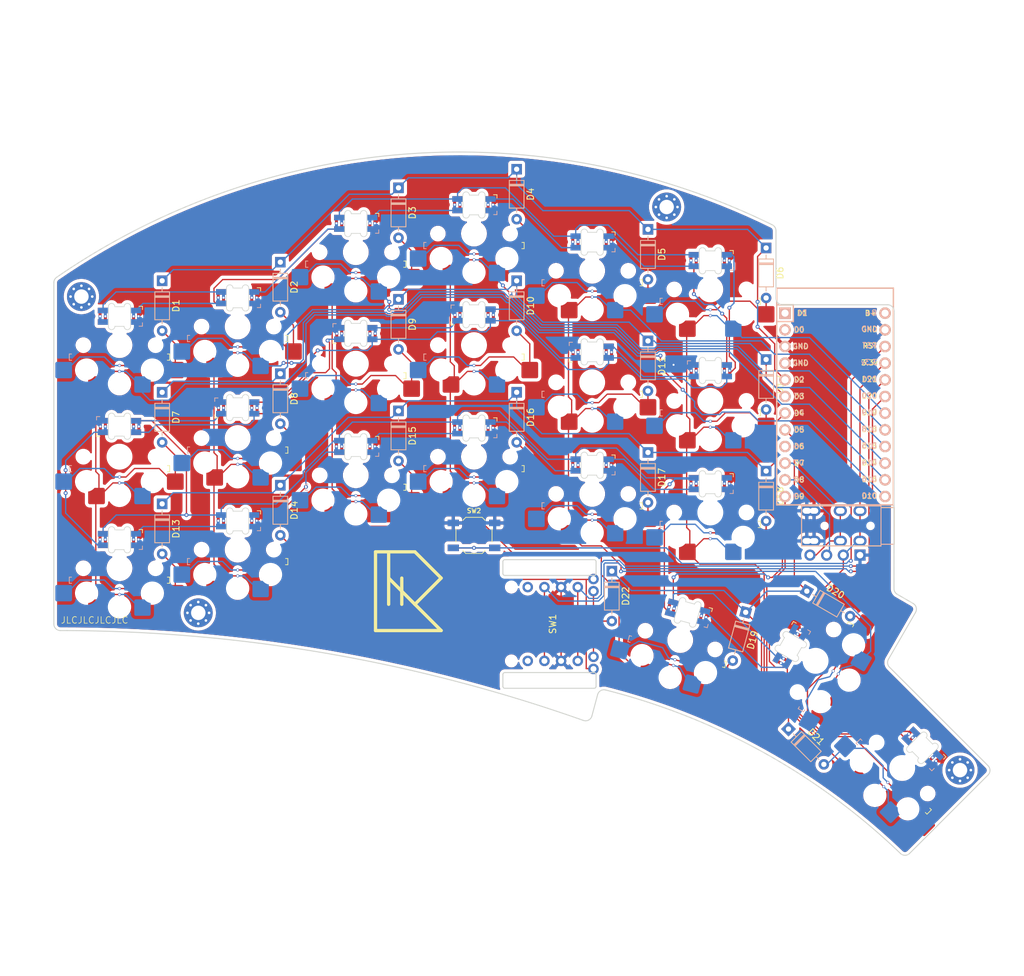
<source format=kicad_pcb>
(kicad_pcb (version 20240108) (generator "pcbnew") (generator_version "8.0")
  (layers (0 "F.Cu" signal) (31 "B.Cu" signal) (34 "B.Paste" user) (35 "F.Paste" user) (36 "B.SilkS" user "B.Silkscreen") (37 "F.SilkS" user "F.Silkscreen") (38 "B.Mask" user) (39 "F.Mask" user) (44 "Edge.Cuts" user))
  (net 0 "")
  (net 1 "Net-(D1-A)")
  (net 2 "Row 0")
  (net 3 "Net-(D2-A)")
  (net 4 "Row 1")
  (net 5 "Net-(D3-A)")
  (net 6 "Row 2")
  (net 7 "Net-(D5-A)")
  (net 8 "Net-(D6-A)")
  (net 9 "Net-(D7-A)")
  (net 10 "Net-(D9-A)")
  (net 11 "Net-(D10-A)")
  (net 12 "Net-(D11-A)")
  (net 13 "Net-(D13-A)")
  (net 14 "Row 3")
  (net 15 "Net-(D14-A)")
  (net 16 "Net-(D15-A)")
  (net 17 "Net-(D16-A)")
  (net 18 "Net-(D18-A)")
  (net 19 "Net-(D19-A)")
  (net 20 "Net-(D20-A)")
  (net 21 "Net-(D21-A)")
  (net 22 "GND")
  (net 23 "Net-(D29-DOUT)")
  (net 24 "VCC")
  (net 25 "Net-(D30-DOUT)")
  (net 26 "Net-(D31-DOUT)")
  (net 27 "RGB")
  (net 28 "Net-(D32-DOUT)")
  (net 29 "Net-(D33-DOUT)")
  (net 30 "Net-(D34-DOUT)")
  (net 31 "Net-(D36-DOUT)")
  (net 32 "Net-(D37-DOUT)")
  (net 33 "Net-(D38-DOUT)")
  (net 34 "Net-(D40-DOUT)")
  (net 35 "Net-(D41-DOUT)")
  (net 36 "Net-(D42-DOUT)")
  (net 37 "SDA")
  (net 38 "SCL")
  (net 39 "Column 0")
  (net 40 "Column 1")
  (net 41 "Column 2")
  (net 42 "Column 3")
  (net 43 "Column 4")
  (net 44 "Column 5")
  (net 45 "SCR A")
  (net 46 "SCR C")
  (net 47 "RST")
  (net 52 "Net-(D4-A)")
  (net 53 "Net-(D8-A)")
  (net 54 "Net-(D12-A)")
  (net 55 "Net-(D17-A)")
  (net 56 "Net-(D22-A)")
  (net 57 "Net-(D23-DOUT)")
  (net 58 "Net-(D24-DOUT)")
  (net 59 "Net-(D25-DOUT)")
  (net 60 "Net-(D26-DOUT)")
  (net 61 "Net-(D27-DOUT)")
  (net 62 "Net-(D28-DOUT)")
  (net 63 "Net-(D35-DOUT)")
  (net 64 "Net-(D39-DOUT)")
  (footprint "ScottoKeebs_Components:OLED_128x32" (layer "F.Cu") (at 130 96.933359 90)
    (property "Reference" "J1" (hide yes))
    (property "Value" "OLED_128x32")
  )
  (footprint "Flippy:SK6812_mini_e_flipable" (layer "F.Cu") (at 117 67.333343 180)
    (property "Reference" "D37" (hide yes))
    (property "Value" "LED_SK6812MINI" (hide yes))
    (fp_line (start 1.7 1.64) (end 1.7 -1.36) (stroke (width 0.1)) (layer "Edge.Cuts"))
    (fp_line (start -0.7 1.64) (end 0.7 1.64) (stroke (width 0.1)) (layer "Edge.Cuts"))
    (fp_line (start -0.7 -1.36) (end 0.7 -1.36) (stroke (width 0.1)) (layer "Edge.Cuts"))
    (fp_line (start -1.7 -1.36) (end -1.7 1.64) (stroke (width 0.1)) (layer "Edge.Cuts"))
    (fp_arc (start 1.7 1.64) (mid 1.2 2.14) (end 0.7 1.64) (stroke (width 0.1)) (layer "Edge.Cuts"))
    (fp_arc (start 0.7 -1.36) (mid 1.2 -1.86) (end 1.7 -1.36) (stroke (width 0.1)) (layer "Edge.Cuts"))
    (fp_arc (start -0.7 1.64) (mid -1.2 2.14) (end -1.7 1.64) (stroke (width 0.1)) (layer "Edge.Cuts"))
    (fp_arc (start -1.7 -1.36) (mid -1.2 -1.86) (end -0.7 -1.36) (stroke (width 0.1)) (layer "Edge.Cuts"))
  )
  (footprint "Flippy:Hotswap_Choc_FLIP" (layer "F.Cu") (at 133.033779 111.443038 60)
    (property "Reference" "S20")
    (property "Value" "Keyswitch" (hide yes))
  )
  (footprint "Flippy:Diode_DO-35-FLIP" (layer "F.Cu") (at 87.5 53.523359 -90)
    (property "Reference" "D10")
    (property "Value" "Diode")
  )
  (footprint "Flippy:SK6812_mini_e_flipable" (layer "F.Cu") (at 45 90)
    (property "Reference" "D30" (hide yes))
    (property "Value" "LED_SK6812MINI" (hide yes))
    (fp_line (start -1.7 -1.36) (end -1.7 1.64) (stroke (width 0.1)) (layer "Edge.Cuts"))
    (fp_line (start -0.7 -1.36) (end 0.7 -1.36) (stroke (width 0.1)) (layer "Edge.Cuts"))
    (fp_line (start -0.7 1.64) (end 0.7 1.64) (stroke (width 0.1)) (layer "Edge.Cuts"))
    (fp_line (start 1.7 1.64) (end 1.7 -1.36) (stroke (width 0.1)) (layer "Edge.Cuts"))
    (fp_arc (start -1.7 -1.36) (mid -1.2 -1.86) (end -0.7 -1.36) (stroke (width 0.1)) (layer "Edge.Cuts"))
    (fp_arc (start -0.7 1.64) (mid -1.2 2.14) (end -1.7 1.64) (stroke (width 0.1)) (layer "Edge.Cuts"))
    (fp_arc (start 0.7 -1.36) (mid 1.2 -1.86) (end 1.7 -1.36) (stroke (width 0.1)) (layer "Edge.Cuts"))
    (fp_arc (start 1.7 1.64) (mid 1.2 2.14) (end 0.7 1.64) (stroke (width 0.1)) (layer "Edge.Cuts"))
  )
  (footprint "Flippy:Hotswap_Choc_FLIP" (layer "F.Cu") (at 63 83.166697)
    (property "Reference" "S15")
    (property "Value" "Keyswitch" (hide yes))
  )
  (footprint "Flippy:SK6812_mini_e_flipable" (layer "F.Cu") (at 27 58.833341)
    (property "Reference" "D43" (hide yes))
    (property "Value" "LED_SK6812MINI" (hide yes))
    (fp_line (start -1.7 -1.36) (end -1.7 1.64) (stroke (width 0.1)) (layer "Edge.Cuts"))
    (fp_line (start -0.7 -1.36) (end 0.7 -1.36) (stroke (width 0.1)) (layer "Edge.Cuts"))
    (fp_line (start -0.7 1.64) (end 0.7 1.64) (stroke (width 0.1)) (layer "Edge.Cuts"))
    (fp_line (start 1.7 1.64) (end 1.7 -1.36) (stroke (width 0.1)) (layer "Edge.Cuts"))
    (fp_arc (start -1.7 -1.36) (mid -1.2 -1.86) (end -0.7 -1.36) (stroke (width 0.1)) (layer "Edge.Cuts"))
    (fp_arc (start -0.7 1.64) (mid -1.2 2.14) (end -1.7 1.64) (stroke (width 0.1)) (layer "Edge.Cuts"))
    (fp_arc (start 0.7 -1.36) (mid 1.2 -1.86) (end 1.7 -1.36) (stroke (width 0.1)) (layer "Edge.Cuts"))
    (fp_arc (start 1.7 1.64) (mid 1.2 2.14) (end 0.7 1.64) (stroke (width 0.1)) (layer "Edge.Cuts"))
  )
  (footprint "Flippy:MountingHole_2.2mm_M2_Pad_Via" (layer "F.Cu") (at 155.033274 128.100085)
    (property "Reference" "H4" (hide yes))
    (property "Value" "MountingHole" (hide yes))
  )
  (footprint "Flippy:Hotswap_Choc_FLIP" (layer "F.Cu") (at 99 86.000031)
    (property "Reference" "S17")
    (property "Value" "Keyswitch" (hide yes))
  )
  (footprint "Flippy:SK6812_mini_e_flipable" (layer "F.Cu") (at 113.578899 103.936157 -15)
    (property "Reference" "D25" (hide yes))
    (property "Value" "LED_SK6812MINI" (hide yes))
    (fp_line (start -1.7 -1.36) (end -1.7 1.64) (stroke (width 0.1)) (layer "Edge.Cuts"))
    (fp_line (start -0.7 1.64) (end 0.7 1.64) (stroke (width 0.1)) (layer "Edge.Cuts"))
    (fp_line (start -0.7 -1.36) (end 0.7 -1.36) (stroke (width 0.1)) (layer "Edge.Cuts"))
    (fp_line (start 1.7 1.64) (end 1.7 -1.36) (stroke (width 0.1)) (layer "Edge.Cuts"))
    (fp_arc (start -1.7 -1.36) (mid -1.199999 -1.86) (end -0.7 -1.36) (stroke (width 0.1)) (layer "Edge.Cuts"))
    (fp_arc (start -0.7 1.64) (mid -1.199999 2.14) (end -1.7 1.64) (stroke (width 0.1)) (layer "Edge.Cuts"))
    (fp_arc (start 0.7 -1.36) (mid 1.200001 -1.86) (end 1.7 -1.36) (stroke (width 0.1)) (layer "Edge.Cuts"))
    (fp_arc (start 1.7 1.64) (mid 1.2 2.14) (end 0.7 1.64) (stroke (width 0.1)) (layer "Edge.Cuts"))
  )
  (footprint "Flippy:SK6812_mini_e_flipable" (layer "F.Cu") (at 45 73 180)
    (property "Reference" "D33" (hide yes))
    (property "Value" "LED_SK6812MINI" (hide yes))
    (fp_line (start 1.7 1.64) (end 1.7 -1.36) (stroke (width 0.1)) (layer "Edge.Cuts"))
    (fp_line (start -0.7 1.64) (end 0.7 1.64) (stroke (width 0.1)) (layer "Edge.Cuts"))
    (fp_line (start -0.7 -1.36) (end 0.7 -1.36) (stroke (width 0.1)) (layer "Edge.Cuts"))
    (fp_line (start -1.7 -1.36) (end -1.7 1.64) (stroke (width 0.1)) (layer "Edge.Cuts"))
    (fp_arc (start 1.7 1.64) (mid 1.2 2.14) (end 0.7 1.64) (stroke (width 0.1)) (layer "Edge.Cuts"))
    (fp_arc (start 0.7 -1.36) (mid 1.2 -1.86) (end 1.7 -1.36) (stroke (width 0.1)) (layer "Edge.Cuts"))
    (fp_arc (start -0.7 1.64) (mid -1.2 2.14) (end -1.7 1.64) (stroke (width 0.1)) (layer "Edge.Cuts"))
    (fp_arc (start -1.7 -1.36) (mid -1.2 -1.86) (end -0.7 -1.36) (stroke (width 0.1)) (layer "Edge.Cuts"))
  )
  (footprint "Flippy:Diode_DO-35-FLIP" (layer "F.Cu") (at 69.5 56.356693 -90)
    (property "Reference" "D9")
    (property "Value" "Diode")
  )
  (footprint "Flippy:Hotswap_Choc_FLIP" (layer "F.Cu") (at 117 71.833361)
    (property "Reference" "S12")
    (property "Value" "Keyswitch" (hide yes))
  )
  (footprint "Flippy:Diode_DO-35-FLIP" (layer "F.Cu") (at 107.5 45.690023 -90)
    (property "Reference" "D5")
    (property "Value" "Diode")
  )
  (footprint "Flippy:SK6812_mini_e_flipable" (layer "F.Cu") (at 63 44.666671)
    (property "Reference" "D41" (hide yes))
    (property "Value" "LED_SK6812MINI" (hide yes))
    (fp_line (start -1.7 -1.36) (end -1.7 1.64) (stroke (width 0.1)) (layer "Edge.Cuts"))
    (fp_line (start -0.7 -1.36) (end 0.7 -1.36) (stroke (width 0.1)) (layer "Edge.Cuts"))
    (fp_line (start -0.7 1.64) (end 0.7 1.64) (stroke (width 0.1)) (layer "Edge.Cuts"))
    (fp_line (start 1.7 1.64) (end 1.7 -1.36) (stroke (width 0.1)) (layer "Edge.Cuts"))
    (fp_arc (start -1.7 -1.36) (mid -1.2 -1.86) (end -0.7 -1.36) (stroke (width 0.1)) (layer "Edge.Cuts"))
    (fp_arc (start -0.7 1.64) (mid -1.2 2.14) (end -1.7 1.64) (stroke (width 0.1)) (layer "Edge.Cuts"))
    (fp_arc (start 0.7 -1.36) (mid 1.2 -1.86) (end 1.7 -1.36) (stroke (width 0.1)) (layer "Edge.Cuts"))
    (fp_arc (start 1.7 1.64) (mid 1.2 2.14) (end 0.7 1.64) (stroke (width 0.1)) (layer "Edge.Cuts"))
  )
  (footprint "Flippy:Hotswap_Choc_FLIP" (layer "F.Cu") (at 45 60.500025)
    (property "Reference" "S2")
    (property "Value" "Keyswitch" (hide yes))
  )
  (footprint "Flippy:Diode_DO-35-FLIP" (layer "F.Cu") (at 102 97.773368 -90)
    (property "Reference" "D22")
    (property "Value" "Diode")
  )
  (footprint "Flippy:Hotswap_Choc_FLIP" (layer "F.Cu") (at 99 52.000023)
    (property "Reference" "S5")
    (property "Value" "Keyswitch" (hide yes))
  )
  (footprint "Flippy:Diode_DO-35-FLIP" (layer "F.Cu") (at 107.5 79.690031 -90)
    (property "Reference" "D17")
    (property "Value" "Diode")
  )
  (footprint "Flippy:SK6812_mini_e_flipable" (layer "F.Cu") (at 45 56.000007)
    (property "Reference" "D42" (hide yes))
    (property "Value" "LED_SK6812MINI" (hide yes))
    (fp_line (start -1.7 -1.36) (end -1.7 1.64) (stroke (width 0.1)) (layer "Edge.Cuts"))
    (fp_line (start -0.7 -1.36) (end 0.7 -1.36) (stroke (width 0.1)) (layer "Edge.Cuts"))
    (fp_line (start -0.7 1.64) (end 0.7 1.64) (stroke (width 0.1)) (layer "Edge.Cuts"))
    (fp_line (start 1.7 1.64) (end 1.7 -1.36) (stroke (width 0.1)) (layer "Edge.Cuts"))
    (fp_arc (start -1.7 -1.36) (mid -1.2 -1.86) (end -0.7 -1.36) (stroke (width 0.1)) (layer "Edge.Cuts"))
    (fp_arc (start -0.7 1.64) (mid -1.2 2.14) (end -1.7 1.64) (stroke (width 0.1)) (layer "Edge.Cuts"))
    (fp_arc (start 0.7 -1.36) (mid 1.2 -1.86) (end 1.7 -1.36) (stroke (width 0.1)) (layer "Edge.Cuts"))
    (fp_arc (start 1.7 1.64) (mid 1.2 2.14) (end 0.7 1.64) (stroke (width 0.1)) (layer "Edge.Cuts"))
  )
  (footprint "Flippy:Hotswap_Choc_FLIP" (layer "F.Cu") (at 45 77.500029)
    (property "Reference" "S8")
    (property "Value" "Keyswitch" (hide yes))
  )
  (footprint "Flippy:Diode_DO-35-FLIP" (layer "F.Cu") (at 131.700444 100.828355 -30)
    (property "Reference" "D20")
    (property "Value" "Diode")
  )
  (footprint "Flippy:Hotswap_Choc_FLIP" (layer "F.Cu") (at 81 63.333359)
    (property "Reference" "S10")
    (property "Value" "Keyswitch" (hide yes))
  )
  (footprint "Flippy:MountingHole_2.2mm_M2_Pad_Via" (layer "F.Cu") (at 21.2 55.933359)
    (property "Reference" "H1" (hide yes))
    (property "Value" "MountingHole" (hide yes))
  )
  (footprint "Flippy:MountingHole_2.2mm_M2_Pad_Via" (layer "F.Cu") (at 110.35 42.283359)
    (property "Reference" "H2" (hide yes))
    (property "Value" "MountingHole" (hide yes))
  )
  (footprint "Flippy:Diode_DO-35-FLIP" (layer "F.Cu") (at 87.5 36.523355 -90)
    (property "Reference" "D4")
    (property "Value" "Diode")
  )
  (footprint "Flippy:SK6812_mini_e_flipable" (layer "F.Cu") (at 27 75.833343 180)
    (property "Reference" "D32" (hide yes))
    (property "Value" "LED_SK6812MINI" (hide yes))
    (fp_line (start 1.7 1.64) (end 1.7 -1.36) (stroke (width 0.1)) (layer "Edge.Cuts"))
    (fp_line (start -0.7 1.64) (end 0.7 1.64) (stroke (width 0.1)) (layer "Edge.Cuts"))
    (fp_line (start -0.7 -1.36) (end 0.7 -1.36) (stroke (width 0.1)) (layer "Edge.Cuts"))
    (fp_line (start -1.7 -1.36) (end -1.7 1.64) (stroke (width 0.1)) (layer "Edge.Cuts"))
    (fp_arc (start 1.7 1.64) (mid 1.2 2.14) (end 0.7 1.64) (stroke (width 0.1)) (layer "Edge.Cuts"))
    (fp_arc (start 0.7 -1.36) (mid 1.2 -1.86) (end 1.7 -1.36) (stroke (width 0.1)) (layer "Edge.Cuts"))
    (fp_arc (start -0.7 1.64) (mid -1.2 2.14) (end -1.7 1.64) (stroke (width 0.1)) (layer "Edge.Cuts"))
    (fp_arc (start -1.7 -1.36) (mid -1.2 -1.86) (end -0.7 -1.36) (stroke (width 0.1)) (layer "Edge.Cuts"))
  )
  (footprint "Flippy:TRRS_PJ-320A_FLIP" (layer "F.Cu") (at 143 90.88001 -90)
    (property "Reference" "U1")
    (property "Value" "TRRS")
  )
  (footprint "Flippy:SK6812_mini_e_flipable" (layer "F.Cu") (at 117 50.333339)
    (property "Reference" "D38" (hide yes))
    (property "Value" "LED_SK6812MINI" (hide yes))
    (fp_line (start -1.7 -1.36) (end -1.7 1.64) (stroke (width 0.1)) (layer "Edge.Cuts"))
    (fp_line (start -0.7 -1.36) (end 0.7 -1.36) (stroke (width 0.1)) (layer "Edge.Cuts"))
    (fp_line (start -0.7 1.64) (end 0.7 1.64) (stroke (width 0.1)) (layer "Edge.Cuts"))
    (fp_line (start 1.7 1.64) (end 1.7 -1.36) (stroke (width 0.1)) (layer "Edge.Cuts"))
    (fp_arc (start -1.7 -1.36) (mid -1.2 -1.86) (end -0.7 -1.36) (stroke (width 0.1)) (layer "Edge.Cuts"))
    (fp_arc (start -0.7 1.64) (mid -1.2 2.14) (end -1.7 1.64) (stroke (width 0.1)) (layer "Edge.Cuts"))
    (fp_arc (start 0.7 -1.36) (mid 1.2 -1.86) (end 1.7 -1.36) (stroke (width 0.1)) (layer "Edge.Cuts"))
    (fp_arc (start 1.7 1.64) (mid 1.2 2.14) (end 0.7 1.64) (stroke (width 0.1)) (layer "Edge.Cuts"))
  )
  (footprint "ScottoKeebs_MCU:Nice_Nano_V2" (layer "F.Cu") (at 136 72.43)
    (property "Reference" "U2" (hide yes))
    (property "Value" "Nice_Nano_V2" (hide yes))
  )
  (footprint "Flippy:SK6812_mini_e_flipable" (layer "F.Cu") (at 99 81.5)
    (property "Reference" "D27" (hide yes))
    (property "Value" "LED_SK6812MINI" (hide yes))
    (fp_line (start -1.7 -1.36) (end -1.7 1.64) (stroke (width 0.1)) (layer "Edge.Cuts"))
    (fp_line (start -0.7 -1.36) (end 0.7 -1.36) (stroke (width 0.1)) (layer "Edge.Cuts"))
    (fp_line (start -0.7 1.64) (end 0.7 1.64) (stroke (width 0.1)) (layer "Edge.Cuts"))
    (fp_line (start 1.7 1.64) (end 1.7 -1.36) (stroke (width 0.1)) (layer "Edge.Cuts"))
    (fp_arc (start -1.7 -1.36) (mid -1.2 -1.86) (end -0.7 -1.36) (stroke (width 0.1)) (layer "Edge.Cuts"))
    (fp_arc (start -0.7 1.64) (mid -1.2 2.14) (end -1.7 1.64) (stroke (width 0.1)) (layer "Edge.Cuts"))
    (fp_arc (start 0.7 -1.36) (mid 1.2 -1.86) (end 1.7 -1.36) (stroke (width 0.1)) (layer "Edge.Cuts"))
    (fp_arc (start 1.7 1.64) (mid 1.2 2.14) (end 0.7 1.64) (stroke (width 0.1)) (layer "Edge.Cuts"))
  )
  (footprint "Flippy:evqwgd001" (layer "F.Cu") (at 93 105.833369 -90)
    (property "Reference" "SW1")
    (property "Value" "RotaryEncoder_Switch" (hide yes))
    (fp_line (start -9.5 7.6) (end -7.7 7.6) (stroke (width 0.15)) (layer "Edge.Cuts"))
    (fp_line (start 7.7 7.6) (end 9.5 7.6) (stroke (width 0.15)) (layer "Edge.Cuts"))
    (fp_line (start -7.4 7.3) (end -7.4 -6.3) (stroke (width 0.15)) (layer "Edge.Cuts"))
    (fp_line (start 9.8 7.3) (end 9.8 -6.3) (stroke (width 0.15)) (layer "Edge.Cuts"))
    (fp_line (start -9.8 -6.3) (end -9.8 7.3) (stroke (width 0.15)) (layer "Edge.Cuts"))
    (fp_line (start 7.4 -6.3) (end 7.4 7.3) (stroke (width 0.15)) (layer "Edge.Cuts"))
    (fp_line (start -7.7 -6.6) (end -9.5 -6.6) (stroke (width 0.15)) (layer "Edge.Cuts"))
    (fp_line (start 9.5 -6.6) (end 7.7 -6.6) (stroke (width 0.15)) (layer "Edge.Cuts"))
    (fp_arc (start -9.5 7.6) (mid -9.712132 7.512132) (end -9.8 7.3) (stroke (width 0.15)) (layer "Edge.Cuts"))
    (fp_arc (start 7.7 7.6) (mid 7.487868 7.512132) (end 7.4 7.3) (stroke (width 0.15)) (layer "Edge.Cuts"))
    (fp_arc (start -7.4 7.3) (mid -7.487868 7.512132) (end -7.7 7.6) (stroke (width 0.15)) (layer "Edge.Cuts"))
    (fp_arc (start 9.8 7.3) (mid 9.712132 7.512132) (end 9.5 7.6) (stroke (width 0.15)) (layer "Edge.Cuts"))
    (fp_arc (start -9.8 -6.3) (mid -9.712132 -6.512132) (end -9.5 -6.6) (stroke (width 0.15)) (layer "Edge.Cuts"))
    (fp_arc (start 7.4 -6.3) (mid 7.487868 -6.512132) (end 7.7 -6.6) (stroke (width 0.15)) (layer "Edge.Cuts"))
    (fp_arc (start -7.7 -6.6) (mid -7.487868 -6.512132) (end -7.4 -6.3) (stroke (width 0.15)) (layer "Edge.Cuts"))
    (fp_arc (start 9.5 -6.6) (mid 9.712132 -6.512132) (end 9.8 -6.3) (stroke (width 0.15)) (layer "Edge.Cuts"))
  )
  (footprint "Flippy:SK6812_mini_e_flipable" (layer "F.Cu") (at 81 58.833343 180)
    (property "Reference" "D35" (hide yes))
    (property "Value" "LED_SK6812MINI" (hide yes))
    (fp_line (start 1.7 1.64) (end 1.7 -1.36) (stroke (width 0.1)) (layer "Edge.Cuts"))
    (fp_line (start -0.7 1.64) (end 0.7 1.64) (stroke (width 0.1)) (layer "Edge.Cuts"))
    (fp_line (start -0.7 -1.36) (end 0.7 -1.36) (stroke (width 0.1)) (layer "Edge.Cuts"))
    (fp_line (start -1.7 -1.36) (end -1.7 1.64) (stroke (width 0.1)) (layer "Edge.Cuts"))
    (fp_arc (start 1.7 1.64) (mid 1.2 2.14) (end 0.7 1.64) (stroke (width 0.1)) (layer "Edge.Cuts"))
    (fp_arc (start 0.7 -1.36) (mid 1.2 -1.86) (end 1.7 -1.36) (stroke (width 0.1)) (layer "Edge.Cuts"))
    (fp_arc (start -0.7 1.64) (mid -1.2 2.14) (end -1.7 1.64) (stroke (width 0.1)) (layer "Edge.Cuts"))
    (fp_arc (start -1.7 -1.36) (mid -1.2 -1.86) (end -0.7 -1.36) (stroke (width 0.1)) (layer "Edge.Cuts"))
  )
  (footprint "Flippy:Diode_DO-35-FLIP" (layer "F.Cu") (at 33.5 70.523363 -90)
    (property "Reference" "D7")
    (property "Value" "Diode")
  )
  (footprint "Flippy:Diode_DO-35-FLIP" (layer "F.Cu") (at 125.5 48.523357 -90)
    (property "Reference" "D6")
    (property "Value" "Diode")
  )
  (footprint "Flippy:Hotswap_Choc_FLIP" (layer "F.Cu") (at 81 46.333355)
    (property "Reference" "S4")
    (property "Value" "Keyswitch" (hide yes))
  )
  (footprint "Flippy:Diode_DO-35-FLIP" (layer "F.Cu") (at 51.5 67.690029 -90)
    (property "Reference" "D8")
    (property "Value" "Diode")
  )
  (footprint "Flippy:SK6812_mini_e_flipable" (layer "F.Cu") (at 99 64.5 180)
    (property "Reference" "D36" (hide yes))
    (property "Value" "LED_SK6812MINI" (hide yes))
    (fp_line (start 1.7 1.64) (end 1.7 -1.36) (stroke (width 0.1)) (layer "Edge.Cuts"))
    (fp_line (start -0.7 1.64) (end 0.7 1.64) (stroke (width 0.1)) (layer "Edge.Cuts"))
    (fp_line (start -0.7 -1.36) (end 0.7 -1.36) (stroke (width 0.1)) (layer "Edge.Cuts"))
    (fp_line (start -1.7 -1.36) (end -1.7 1.64) (stroke (width 0.1)) (layer "Edge.Cuts"))
    (fp_arc (start 1.7 1.64) (mid 1.2 2.14) (end 0.7 1.64) (stroke (width 0.1)) (layer "Edge.Cuts"))
    (fp_arc (start 0.7 -1.36) (mid 1.2 -1.86) (end 1.7 -1.36) (stroke (width 0.1)) (layer "Edge.Cuts"))
    (fp_arc (start -0.7 1.64) (mid -1.2 2.14) (end -1.7 1.64) (stroke (width 0.1)) (layer "Edge.Cuts"))
    (fp_arc (start -1.7 -1.36) (mid -1.2 -1.86) (end -0.7 -1.36) (stroke (width 0.1)) (layer "Edge.Cuts"))
  )
  (footprint "Flippy:SK6812_mini_e_flipable" (layer "F.Cu") (at 99 47.500005)
    (property "Reference" "D39" (hide yes))
    (property "Value" "LED_SK6812MINI" (hide yes))
    (fp_line (start -1.7 -1.36) (end -1.7 1.64) (stroke (width 0.1)) (layer "Edge.Cuts"))
    (fp_line (start -0.7 -1.36) (end 0.7 -1.36) (stroke (width 0.1)) (layer "Edge.Cuts"))
    (fp_line (start -0.7 1.64) (end 0.7 1.64) (stroke (width 0.1)) (layer "Edge.Cuts"))
    (fp_line (start 1.7 1.64) (end 1.7 -1.36) (stroke (width 0.1)) (layer "Edge.Cuts"))
    (fp_arc (start -1.7 -1.36) (mid -1.2 -1.86) (end -0.7 -1.36) (stroke (width 0.1)) (layer "Edge.Cuts"))
    (fp_arc (start -0.7 1.64) (mid -1.2 2.14) (end -1.7 1.64) (stroke (width 0.1)) (layer "Edge.Cuts"))
    (fp_arc (start 0.7 -1.36) (mid 1.2 -1.86) (end 1.7 -1.36) (stroke (width 0.1)) (layer "Edge.Cuts"))
    (fp_arc (start 1.7 1.64) (mid 1.2 2.14) (end 0.7 1.64) (stroke (width 0.1)) (layer "Edge.Cuts"))
  )
  (footprint "Flippy:SK6812_mini_e_flipable" (layer "F.Cu") (at 63 61.666666 180)
    (property "Reference" "D34" (hide yes))
    (property "Value" "LED_SK6812MINI" (hide yes))
    (fp_line (start 1.7 1.64) (end 1.7 -1.36) (stroke (width 0.1)) (layer "Edge.Cuts"))
    (fp_line (start -0.7 1.64) (end 0.7 1.64) (stroke (width 0.1)) (layer "Edge.Cuts"))
    (fp_line (start -0.7 -1.36) (end 0.7 -1.36) (stroke (width 0.1)) (layer "Edge.Cuts"))
    (fp_line (start -1.7 -1.36) (end -1.7 1.64) (stroke (width 0.1)) (layer "Edge.Cuts"))
    (fp_arc (start 1.7 1.64) (mid 1.2 2.14) (end 0.7 1.64) (stroke (width 0.1)) (layer "Edge.Cuts"))
    (fp_arc (start 0.7 -1.36) (mid 1.2 -1.86) (end 1.7 -1.36) (stroke (width 0.1)) (layer "Edge.Cuts"))
    (fp_arc (start -0.7 1.64) (mid -1.2 2.14) (end -1.7 1.64) (stroke (width 0.1)) (layer "Edge.Cuts"))
    (fp_arc (start -1.7 -1.36) (mid -1.2 -1.86) (end -0.7 -1.36) (stroke (width 0.1)) (layer "Edge.Cuts"))
  )
  (footprint "Flippy:SK6812_mini_e_flipable" (layer "F.Cu") (at 117 84.333343)
    (property "Reference" "D26" (hide yes))
    (property "Value" "LED_SK6812MINI" (hide yes))
    (fp_line (start -1.7 -1.36) (end -1.7 1.64) (stroke (width 0.1)) (layer "Edge.Cuts"))
    (fp_line (start -0.7 -1.36) (end 0.7 -1.36) (stroke (width 0.1)) (layer "Edge.Cuts"))
    (fp_line (start -0.7 1.64) (end 0.7 1.64) (stroke (width 0.1)) (layer "Edge.Cuts"))
    (fp_line (start 1.7 1.64) (end 1.7 -1.36) (stroke (width 0.1)) (layer "Edge.Cuts"))
    (fp_arc (start -1.7 -1.36) (mid -1.2 -1.86) (end -0.7 -1.36) (stroke (width 0.1)) (layer "Edge.Cuts"))
    (fp_arc (start -0.7 1.64) (mid -1.2 2.14) (end -1.7 1.64) (stroke (width 0.1)) (layer "Edge.Cuts"))
    (fp_arc (start 0.7 -1.36) (mid 1.2 -1.86) (end 1.7 -1.36) (stroke (width 0.1)) (layer "Edge.Cuts"))
    (fp_arc (start 1.7 1.64) (mid 1.2 2.14) (end 0.7 1.64) (stroke (width 0.1)) (layer "Edge.Cuts"))
  )
  (footprint "Flippy:Diode_DO-35-FLIP" (layer "F.Cu") (at 33.5 53.523359 -90)
    (property "Reference" "D1")
    (property "Value" "Diode")
  )
  (footprint "Flippy:SK6812_mini_e_flipable" (layer "F.Cu") (at 129.136665 109.193038 60)
    (property "Reference" "D24" (hide yes))
    (property "Value" "LED_SK6812MINI" (hide yes))
    (fp_line (start -1.7 -1.36) (end -1.7 1.64) (stroke (width 0.1)) (layer "Edge.Cuts"))
    (fp_line (start -0.7 -1.36) (end 0.7 -1.36) (stroke (width 0.1)) (layer "Edge.Cuts"))
    (fp_line (start -0.7 1.64) (end 0.7 1.64) (stroke (width 0.1)) (layer "Edge.Cuts"))
    (fp_line (start 1.7 1.64) (end 1.7 -1.36) (stroke (width 0.1)) (layer "Edge.Cuts"))
    (fp_arc (start -1.7 -1.36) (mid -1.2 -1.860001) (end -0.7 -1.36) (stroke (width 0.1)) (layer "Edge.Cuts"))
    (fp_arc (start 0.7 -1.36) (mid 1.2 -1.86) (end 1.7 -1.36) (stroke (width 0.1)) (layer "Edge.Cuts"))
    (fp_arc (start -0.7 1.64) (mid -1.2 2.139999) (end -1.7 1.64) (stroke (width 0.1)) (layer "Edge.Cuts"))
    (fp_arc (start 1.7 1.64) (mid 1.2 2.140001) (end 0.7 1.64) (stroke (width 0.1)) (layer "Edge.Cuts"))
  )
  (footprint "Flippy:Hotswap_Choc_FLIP" (layer "F.Cu") (at 146.2255 127.784084 -45)
    (property "Reference" "S21")
    (property "Value" "Keyswitch" (hide yes))
  )
  (footprint "Flippy:Hotswap_Choc_FLIP" (layer "F.Cu") (at 81 80.333363)
    (property "Reference" "S16")
    (property "Value" "Keyswitch" (hide yes))
  )
  (footprint "Flippy:Hotswap_Choc_FLIP" (layer "F.Cu") (at 117 54.833357)
    (property "Reference" "S6")
    (property "Value" "Keyswitch" (hide yes))
  )
  (footprint "Flippy:Hotswap_Choc_FLIP" (layer "F.Cu") (at 45 94.500033)
    (property "Reference" "S14")
    (property "Value" "Keyswitch" (hide yes))
  )
  (footprint "Flippy:Diode_DO-35-FLIP" (layer "F.Cu") (at 51.5 50.690025 -90)
    (property "Reference" "D2")
    (property "Value" "Diode")
  )
  (footprint "Flippy:SK6812_mini_e_flipable" (layer "F.Cu") (at 81 75.833343)
    (property "Reference" "D28" (hide yes))
    (property "Value" "LED_SK6812MINI" (hide yes))
    (fp_line (start -1.7 -1.36) (end -1.7 1.64) (stroke (width 0.1)) (layer "Edge.Cuts"))
    (fp_line (start -0.7 -1.36) (end 0.7 -1.36) (stroke (width 0.1)) (layer "Edge.Cuts"))
    (fp_line (start -0.7 1.64) (end 0.7 1.64) (stroke (width 0.1)) (layer "Edge.Cuts"))
    (fp_line (start 1.7 1.64) (end 1.7 -1.36) (stroke (width 0.1)) (layer "Edge.Cuts"))
    (fp_arc (start -1.7 -1.36) (mid -1.2 -1.86) (end -0.7 -1.36) (stroke (width 0.1)) (layer "Edge.Cuts"))
    (fp_arc (start -0.7 1.64) (mid -1.2 2.14) (end -1.7 1.64) (stroke (width 0.1)) (layer "Edge.Cuts"))
    (fp_arc (start 0.7 -1.36) (mid 1.2 -1.86) (end 1.7 -1.36) (stroke (width 0.1)) (layer "Edge.Cuts"))
    (fp_arc (start 1.7 1.64) (mid 1.2 2.14) (end 0.7 1.64) (stroke (width 0.1)) (layer "Edge.Cuts"))
  )
  (footprint "Flippy:SK6812_mini_e_flipable" (layer "F.Cu") (at 81 41.833337)
    (property "Reference" "D40" (hide yes))
    (property "Value" "LED_SK6812MINI" (hide yes))
    (fp_line (start -1.7 -1.36) (end -1.7 1.64) (stroke (width 0.1)) (layer "Edge.Cuts"))
    (fp_line (start -0.7 -1.36) (end 0.7 -1.36) (stroke (width 0.1)) (layer "Edge.Cuts"))
    (fp_line (start -0.7 1.64) (end 0.7 1.64) (stroke (width 0.1)) (layer "Edge.Cuts"))
    (fp_line (start 1.7 1.64) (end 1.7 -1.36) (stroke (width 0.1)) (layer "Edge.Cuts"))
    (fp_arc (start -1.7 -1.36) (mid -1.2 -1.86) (end -0.7 -1.36) (stroke (width 0.1)) (layer "Edge.Cuts"))
    (fp_arc (start -0.7 1.64) (mid -1.2 2.14) (end -1.7 1.64) (stroke (width 0.1)) (layer "Edge.Cuts"))
    (fp_arc (start 0.7 -1.36) (mid 1.2 -1.86) (end 1.7 -1.36) (stroke (width 0.1)) (layer "Edge.Cuts"))
    (fp_arc (start 1.7 1.64) (mid 1.2 2.14) (end 0.7 1.64) (stroke (width 0.1)) (layer "Edge.Cuts"))
  )
  (footprint "Flippy:Diode_DO-35-FLIP" (layer "F.Cu") (at 122.386101 104.053178 -105)
    (property "Reference" "D19")
    (property "Value" "Diode")
  )
  (footprint "Flippy:Diode_DO-35-FLIP" (layer "F.Cu") (at 107.5 62.690027 -90)
    (property "Reference" "D11")
    (property "Value" "Diode")
  )
  (footprint "Flippy:Diode_DO-35-FLIP" (layer "F.Cu") (at 87.5 70.523363 -90)
    (property "Reference" "D16")
    (property "Value" "Diode")
  )
  (footprint "Flippy:Hotswap_Choc_FLIP" (layer "F.Cu") (at 112.414214 108.282823 -15)
    (property "Reference" "S19")
    (property "Value" "Keyswitch" (hide yes))
  )
  (footprint "Flippy:Diode_DO-35-FLIP" (layer "F.Cu") (at 125.5 82.523365 -90)
    (property "Reference" "D18")
    (property "Value" "Diode")
  )
  (footprint "Flippy:Hotswap_Choc_FLIP" (layer "F.Cu") (at 99 69.000027)
    (property "Reference" "S11")
    (property "Value" "Keyswitch" (hide yes))
  )
  (footprint "Flippy:MountingHole_2.2mm_M2_Pad_Via" (layer "F.Cu") (at 39 104.133359)
    (property "Reference" "H3" (hide yes))
    (property "Value" "MountingHole" (hide yes))
  )
  (footprint "Flippy:SK6812_mini_e_flipable" (layer "F.Cu") (at 63 78.666666)
    (property "Reference" "D29" (hide yes))
    (property "Value" "LED_SK6812MINI" (hide yes))
    (fp_line (start -1.7 -1.36) (end -1.7 1.64) (stroke (width 0.1)) (layer "Edge.Cuts"))
    (fp_line (start -0.7 -1.36) (end 0.7 -1.36) (stroke (width 0.1)) (layer "Edge.Cuts"))
    (fp_line (start -0.7 1.64) (end 0.7 1.64) (stroke (width 0.1)) (layer "Edge.Cuts"))
    (fp_line (start 1.7 1.64) (end 1.7 -1.36) (stroke (width 0.1)) (layer "Edge.Cuts"))
    (fp_arc (start -1.7 -1.36) (mid -1.2 -1.86) (end -0.7 -1.36) (stroke (width 0.1)) (layer "Edge.Cuts"))
    (fp_arc (start -0.7 1.64) (mid -1.2 2.14) (end -1.7 1.64) (stroke (width 0.1)) (layer "Edge.Cuts"))
    (fp_arc (start 0.7 -1.36) (mid 1.2 -1.86) (end 1.7 -1.36) (stroke (width 0.1)) (layer "Edge.Cuts"))
    (fp_arc (start 1.7 1.64) (mid 1.2 2.14) (end 0.7 1.64) (stroke (width 0.1)) (layer "Edge.Cuts"))
  )
  (footprint "Flippy:Diode_DO-35-FLIP" (layer "F.Cu") (at 69.5 39.356689 -90)
    (property "Reference" "D3")
    (property "Value" "Diode")
  )
  (footprint "Flippy:Diode_DO-35-FLIP" (layer "F.Cu") (at 33.5 87.523367 -90)
    (property "Reference" "D13")
    (property "Value" "Diode")
  )
  (footprint "Flippy:Hotswap_Choc_FLIP" (layer "F.Cu") (at 27 97.333367)
    (property "Reference" "S13")
    (property "Value" "Keyswitch" (hide yes))
  )
  (footprint "Flippy:SK6812_mini_e_flipable" (layer "F.Cu") (at 27 92.858355)
    (property "Reference" "D31" (hide yes))
    (property "Value" "LED_SK6812MINI" (hide yes))
    (fp_line (start -1.7 -1.36) (end -1.7 1.64) (stroke (width 0.1)) (layer "Edge.Cuts"))
    (fp_line (start -0.7 -1.36) (end 0.7 -1.36) (stroke (width 0.1)) (layer "Edge.Cuts"))
    (fp_line (start -0.7 1.64) (end 0.7 1.64) (stroke (width 0.1)) (layer "Edge.Cuts"))
    (fp_line (start 1.7 1.64) (end 1.7 -1.36) (stroke (width 0.1)) (layer "Edge.Cuts"))
    (fp_arc (start -1.7 -1.36) (mid -1.2 -1.86) (end -0.7 -1.36) (stroke (width 0.1)) (layer "Edge.Cuts"))
    (fp_arc (start -0.7 1.64) (mid -1.2 2.14) (end -1.7 1.64) (stroke (width 0.1)) (layer "Edge.Cuts"))
    (fp_arc (start 0.7 -1.36) (mid 1.2 -1.86) (end 1.7 -1.36) (stroke (width 0.1)) (layer "Edge.Cuts"))
    (fp_arc (start 1.7 1.64) (mid 1.2 2.14) (end 0.7 1.64) (stroke (width 0.1)) (layer "Edge.Cuts"))
  )
  (footprint "Flippy:Diode_DO-35-FLIP" (layer "F.Cu") (at 125.5 65.523361 -90)
    (property "Reference" "D12")
    (property "Value" "Diode")
  )
  (footprint "Flippy:SW_SPST_TL3342_FLIP" (layer "F.Cu") (at 81 92.333355)
    (property "Reference" "SW2")
    (property "Value" "SW_Push")
  )
  (footprint "Flippy:Hotswap_Choc_FLIP" (layer "F.Cu") (at 27 80.333363)
    (property "Reference" "S7")
    (property "Value" "Keyswitch" (hide yes))
  )
  (footprint "Flippy:Hotswap_Choc_FLIP" (layer "F.Cu") (at 63 49.166689)
    (property "Reference" "S3")
    (property "Value" "Keyswitch" (hide yes))
  )
  (footprint "Flippy:Hotswap_Choc_FLIP" (layer "F.Cu") (at 63 66.166693)
    (property "Reference" "S9")
    (property "Value" "Keyswitch" (hide yes))
  )
  (footprint "Flippy:Hotswap_Choc_FLIP" (layer "F.Cu") (at 117 88.833365)
    (property "Reference" "S18")
    (property "Value" "Keyswitch" (hide yes))
  )
  (footprint "Flippy:Diode_DO-35-FLIP" (layer "F.Cu") (at 128.905924 121.839279 -45)
    (property "Reference" "D21")
    (property "Value" "Diode")
  )
  (footprint "Flippy:SK6812_mini_e_flipable" (layer "F.Cu") (at 149.40748 124.602103 -45)
    (property "Reference" "D23" (hide yes))
    (property "Value" "LED_SK6812MINI" (hide yes))
    (fp_line (start -0.7 1.64) (end 0.7 1.64) (stroke (width 0.1)) (layer "Edge.Cuts"))
    (fp_line (start -1.7 -1.36) (end -1.7 1.640001) (stroke (width 0.1)) (layer "Edge.Cuts"))
    (fp_line (start 1.7 1.640001) (end 1.7 -1.36) (stroke (width 0.1)) (layer "Edge.Cuts"))
    (fp_line (start -0.7 -1.36) (end 0.7 -1.36) (stroke (width 0.1)) (layer "Edge.Cuts"))
    (fp_arc (start -0.7 1.64) (mid -1.2 2.139999) (end -1.7 1.640001) (stroke (width 0.1)) (layer "Edge.Cuts"))
    (fp_arc (start -1.7 -1.36) (mid -1.199999 -1.86) (end -0.7 -1.36) (stroke (width 0.1)) (layer "Edge.Cuts"))
    (fp_arc (start 1.7 1.640001) (mid 1.199999 2.14) (end 0.7 1.64) (stroke (width 0.1)) (layer "Edge.Cuts"))
    (fp_arc (start 0.7 -1.36) (mid 1.2 -1.859999) (end 1.7 -1.36) (stroke (width 0.1)) (layer "Edge.Cuts"))
  )
  (footprint "Flippy:Diode_DO-35-FLIP" (layer "F.Cu") (at 69.5 73.356697 -90)
    (property "Reference" "D15")
    (property "Value" "Diode")
  )
  (footprint "Flippy:Hotswap_Choc_FLIP" (layer "F.Cu") (at 27 63.333359)
    (property "Reference" "S1")
    (property "Value" "Keyswitch" (hide yes))
  )
  (footprint "Flippy:Diode_DO-35-FLIP" (layer "F.Cu") (at 51.5 84.690033 -90)
    (property "Reference" "D14")
    (property "Value" "Diode")
  )
  (gr_line (start 98.1 112.633343) (end 98.4 112.633343) (stroke (width 0.2)) (layer "F.Cu") (net 41))
  (gr_line (start 98.1 99.033343) (end 98.4 99.033343) (stroke (width 0.2)) (layer "F.Cu") (net 41))
  (gr_line (start 66 106.833355) (end 76 106.833355) (stroke (width 0.5)) (layer "F.SilkS"))
  (gr_line (start 72 94.833355) (end 76 98.833355) (stroke (width 0.5)) (layer "F.SilkS"))
  (gr_line (start 66 94.833355) (end 72 94.833355) (stroke (width 0.5)) (layer "F.SilkS"))
  (gr_line (start 66 106.833355) (end 66 94.833355) (stroke (width 0.5)) (layer "F.SilkS"))
  (gr_line (start 68 102.833355) (end 68 98.833355) (stroke (width 0.5)) (layer "F.SilkS"))
  (gr_line (start 68 98.833355) (end 68 94.833355) (stroke (width 0.5)) (layer "F.SilkS"))
  (gr_line (start 70 102.833355) (end 70 98.833355) (stroke (width 0.5)) (layer "F.SilkS"))
  (gr_line (start 72 102.833355) (end 76 98.833355) (stroke (width 0.5)) (layer "F.SilkS"))
  (gr_line (start 68 98.833355) (end 76 106.833355) (stroke (width 0.5)) (layer "F.SilkS"))
  (gr_line (start 147.894704 102.702488) (end 145.476783 101.306501) (stroke (width 0.15)) (layer "Edge.Cuts"))
  (gr_arc (start 144.293397 112.416953) (mid 144.009008 111.8402) (end 144.134646 111.209554) (stroke (width 0.15)) (layer "Edge.Cuts"))
  (gr_arc (start 145.476784 101.306501) (mid 145.110679 100.940235) (end 144.976784 100.439967) (stroke (width 0.15)) (layer "Edge.Cuts"))
  (gr_arc (start 19.006143 106.835455) (mid 58.911646 110.368469) (end 97.662828 120.531011) (stroke (width 0.15)) (layer "Edge.Cuts"))
  (gr_arc (start 147.361078 140.790641) (mid 146.663918 141.083425) (end 145.961058 140.804557) (stroke (width 0.15)) (layer "Edge.Cuts"))
  (gr_line (start 17 105.833333) (end 17 53.813941) (stroke (width 0.15)) (layer "Edge.Cuts"))
  (gr_line (start 19 106.833333) (end 19.006142 106.835455) (stroke (width 0.15)) (layer "Edge.Cuts"))
  (gr_line (start 98.962769 119.847263) (end 99.832847 116.60009) (stroke (width 0.15)) (layer "Edge.Cuts"))
  (gr_arc (start 126.441439 45.000001) (mid 126.848953 45.368816) (end 127 45.897292) (stroke (width 0.15)) (layer "Edge.Cuts"))
  (gr_line (start 18 106.833333) (end 19 106.833333) (stroke (width 0.15)) (layer "Edge.Cuts"))
  (gr_arc (start 128 57.18) (mid 127.292882 56.887109) (end 127 56.18) (stroke (width 0.15)) (layer "Edge.Cuts"))
  (gr_arc (start 98.962769 119.847263) (mid 98.46237 120.473485) (end 97.662828 120.531011) (stroke (width 0.15)) (layer "Edge.Cuts"))
  (gr_arc (start 17 53.813941) (mid 17.114684 53.348948) (end 17.432435 52.990612) (stroke (width 0.15)) (layer "Edge.Cuts"))
  (gr_arc (start 159.306975 127.43053) (mid 159.599852 128.137626) (end 159.306975 128.844744) (stroke (width 0.15)) (layer "Edge.Cuts"))
  (gr_arc (start 99.832846 116.60009) (mid 100.292527 115.996498) (end 101.043609 115.889345) (stroke (width 0.15)) (layer "Edge.Cuts"))
  (gr_arc (start 17.432435 52.990612) (mid 70.85188 34.192817) (end 126.441439 45) (stroke (width 0.15)) (layer "Edge.Cuts"))
  (gr_arc (start 18 106.833333) (mid 17.292896 106.540437) (end 17 105.833333) (stroke (width 0.15)) (layer "Edge.Cuts"))
  (gr_line (start 144.976784 100.439967) (end 144.999491 58.180509) (stroke (width 0.15)) (layer "Edge.Cuts"))
  (gr_line (start 143.999491 57.18) (end 128 57.18) (stroke (width 0.15)) (layer "Edge.Cuts"))
  (gr_line (start 127 56.18) (end 127 45.897292) (stroke (width 0.15)) (layer "Edge.Cuts"))
  (gr_line (start 147.361078 140.790641) (end 159.306975 128.844744) (stroke (width 0.15)) (layer "Edge.Cuts"))
  (gr_arc (start 101.043609 115.889345) (mid 125.125213 125.421204) (end 145.961058 140.804557) (stroke (width 0.15)) (layer "Edge.Cuts"))
  (gr_arc (start 143.999491 57.18) (mid 144.706772 57.473072) (end 144.999491 58.180509) (stroke (width 0.15)) (layer "Edge.Cuts"))
  (gr_line (start 159.306975 127.430531) (end 144.293397 112.416952) (stroke (width 0.15)) (layer "Edge.Cuts"))
  (gr_arc (start 147.894704 102.702489) (mid 148.360756 103.309847) (end 148.260561 104.068805) (stroke (width 0.15)) (layer "Edge.Cuts"))
  (gr_line (start 144.134646 111.209554) (end 148.260561 104.068805) (stroke (width 0.15)) (layer "Edge.Cuts"))
  (gr_text "JLCJLCJLCJLC" (at 18 105.833369 0) (layer "F.SilkS") (effects (font (size 1 1) (thickness 0.1)) (justify left bottom)))
  (segment (start 35.5 67.133359) (end 35.5 63.143359) (width 0.2) (layer "F.Cu") (net 1))
  (segment (start 35.5 63.143359) (end 33.5 61.143359) (width 0.2) (layer "F.Cu") (net 1))
  (segment (start 126.8 63.133355) (end 124.2 60.533355) (width 0.2) (layer "F.Cu") (net 2))
  (segment (start 128.38 68.62) (end 126.8 67.04) (width 0.2) (layer "F.Cu") (net 2))
  (segment (start 124.199018 49.824339) (end 125.5 48.523357) (width 0.2) (layer "F.Cu") (net 2))
  (segment (start 124.199018 56.733355) (end 124.199018 49.824339) (width 0.2) (layer "F.Cu") (net 2))
  (segment (start 126.8 67.04) (end 126.8 63.133355) (width 0.2) (layer "F.Cu") (net 2))
  (via (at 124.2 60.533355) (size 0.6) (drill 0.3) (layers "F.Cu" "B.Cu") (net 2))
  (via (at 124.199018 56.733355) (size 0.6) (drill 0.3) (layers "F.Cu" "B.Cu") (net 2))
  (segment (start 87.5 38.833355) (end 87.5 36.523355) (width 0.2) (layer "B.Cu") (net 2))
  (segment (start 107.5 45.690023) (end 104.643332 42.833355) (width 0.2) (layer "B.Cu") (net 2))
  (segment (start 68.523334 40.333355) (end 62 40.333355) (width 0.2) (layer "B.Cu") (net 2))
  (segment (start 69.5 39.356689) (end 68.523334 40.333355) (width 0.2) (layer "B.Cu") (net 2))
  (segment (start 122.666666 45.690023) (end 107.5 45.690023) (width 0.2) (layer "B.Cu") (net 2))
  (segment (start 91.5 42.833355) (end 87.5 38.833355) (width 0.2) (layer "B.Cu") (net 2))
  (segment (start 87.5 36.523355) (end 86.19 37.833355) (width 0.2) (layer "B.Cu") (net 2))
  (segment (start 51.64333 50.690025) (end 51.5 50.690025) (width 0.2) (layer "B.Cu") (net 2))
  (segment (start 71.023334 37.833355) (end 69.5 39.356689) (width 0.2) (layer "B.Cu") (net 2))
  (segment (start 51.5 50.690025) (end 50.35667 51.833355) (width 0.2) (layer "B.Cu") (net 2))
  (segment (start 86.19 37.833355) (end 71.023334 37.833355) (width 0.2) (layer "B.Cu") (net 2))
  (segment (start 104.643332 42.833355) (end 91.5 42.833355) (width 0.2) (layer "B.Cu") (net 2))
  (segment (start 124.2 56.734337) (end 124.2 60.533355) (width 0.2) (layer "B.Cu") (net 2))
  (segment (start 35.190004 51.833355) (end 33.5 53.523359) (width 0.2) (layer "B.Cu") (net 2))
  (segment (start 124.199018 56.733355) (end 124.2 56.734337) (width 0.2) (layer "B.Cu") (net 2))
  (segment (start 125.5 48.523357) (end 122.666666 45.690023) (width 0.2) (layer "B.Cu") (net 2))
  (segment (start 62 40.333355) (end 51.64333 50.690025) (width 0.2) (layer "B.Cu") (net 2))
  (segment (start 50.35667 51.833355) (end 35.190004 51.833355) (width 0.2) (layer "B.Cu") (net 2))
  (segment (start 53.5 64.300025) (end 53.5 60.310025) (width 0.2) (layer "F.Cu") (net 3))
  (segment (start 53.5 60.310025) (end 51.5 58.310025) (width 0.2) (layer "F.Cu") (net 3))
  (segment (start 128.38 71.16) (end 125.5 68.28) (width 0.2) (layer "F.Cu") (net 4))
  (segment (start 125.5 68.28) (end 125.5 65.523361) (width 0.2) (layer "F.Cu") (net 4))
  (segment (start 86.190004 54.833355) (end 87.5 53.523359) (width 0.2) (layer "B.Cu") (net 4))
  (segment (start 52.6 66.590029) (end 52.6 61.733355) (width 0.2) (layer "B.Cu") (net 4))
  (segment (start 87.5 53.523359) (end 87.5 55.833355) (width 0.2) (layer "B.Cu") (net 4))
  (segment (start 67.851471 57.333355) (end 68.523338 57.333355) (width 0.2) (layer "B.Cu") (net 4))
  (segment (start 104.643328 59.833355) (end 107.5 62.690027) (width 0.2) (layer "B.Cu") (net 4))
  (segment (start 69.5 56.356693) (end 71.023338 54.833355) (width 0.2) (layer "B.Cu") (net 4))
  (segment (start 50.356674 68.833355) (end 51.5 67.690029) (width 0.2) (layer "B.Cu") (net 4))
  (segment (start 108.843328 63.090027) (end 123.066666 63.090027) (width 0.2) (layer "B.Cu") (net 4))
  (segment (start 71.023338 54.833355) (end 86.190004 54.833355) (width 0.2) (layer "B.Cu") (net 4))
  (segment (start 91.5 59.833355) (end 104.643328 59.833355) (width 0.2) (layer "B.Cu") (net 4))
  (segment (start 108.443328 62.690027) (end 108.843328 63.090027) (width 0.2) (layer "B.Cu") (net 4))
  (segment (start 87.5 55.833355) (end 91.5 59.833355) (width 0.2) (layer "B.Cu") (net 4))
  (segment (start 51.5 67.690029) (end 52.6 66.590029) (width 0.2) (layer "B.Cu") (net 4))
  (segment (start 68.523338 57.333355) (end 69.5 56.356693) (width 0.2) (layer "B.Cu") (net 4))
  (segment (start 107.5 62.690027) (end 108.443328 62.690027) (width 0.2) (layer "B.Cu") (net 4))
  (segment (start 35.190008 68.833355) (end 50.356674 68.833355) (width 0.2) (layer "B.Cu") (net 4))
  (segment (start 123.066666 63.090027) (end 125.5 65.523361) (width 0.2) (layer "B.Cu") (net 4))
  (segment (start 33.5 70.523363) (end 35.190008 68.833355) (width 0.2) (layer "B.Cu") (net 4))
  (segment (start 67.251471 57.933355) (end 67.851471 57.333355) (width 0.2) (layer "B.Cu") (net 4))
  (segment (start 52.6 61.733355) (end 56.400001 57.933355) (width 0.2) (layer "B.Cu") (net 4))
  (segment (start 56.400001 57.933355) (end 67.251471 57.933355) (width 0.2) (layer "B.Cu") (net 4))
  (segment (start 71.5 48.976689) (end 69.5 46.976689) (width 0.2) (layer "F.Cu") (net 5))
  (segment (start 71.5 52.966689) (end 71.5 48.976689) (width 0.2) (layer "F.Cu") (net 5))
  (segment (start 127.075 75.005) (end 128.38 73.7) (width 0.2) (layer "F.Cu") (net 6))
  (segment (start 125.5 82.523365) (end 127.075 80.948365) (width 0.2) (layer "F.Cu") (net 6))
  (segment (start 127.075 80.948365) (end 127.075 75.005) (width 0.2) (layer "F.Cu") (net 6))
  (segment (start 87.5 70.523363) (end 86.190008 71.833355) (width 0.2) (layer "B.Cu") (net 6))
  (segment (start 69.5 73.356697) (end 68.523342 74.333355) (width 0.2) (layer "B.Cu") (net 6))
  (segment (start 71.023342 71.833355) (end 69.5 73.356697) (width 0.2) (layer "B.Cu") (net 6))
  (segment (start 125.5 82.523365) (end 122.666666 79.690031) (width 0.2) (layer "B.Cu") (net 6))
  (segment (start 87.5 72.971563) (end 87.5 70.523363) (width 0.2) (layer "B.Cu") (net 6))
  (segment (start 35.190012 85.833355) (end 33.5 87.523367) (width 0.2) (layer "B.Cu") (net 6))
  (segment (start 91.361792 76.833355) (end 87.5 72.971563) (width 0.2) (layer "B.Cu") (net 6))
  (segment (start 86.190008 71.833355) (end 71.023342 71.833355) (width 0.2) (layer "B.Cu") (net 6))
  (segment (start 50.356678 85.833355) (end 35.190012 85.833355) (width 0.2) (layer "B.Cu") (net 6))
  (segment (start 122.666666 79.690031) (end 107.5 79.690031) (width 0.2) (layer "B.Cu") (net 6))
  (segment (start 107.5 79.690031) (end 104.643324 76.833355) (width 0.2) (layer "B.Cu") (net 6))
  (segment (start 61.856678 74.333355) (end 51.5 84.690033) (width 0.2) (layer "B.Cu") (net 6))
  (segment (start 68.523342 74.333355) (end 61.856678 74.333355) (width 0.2) (layer "B.Cu") (net 6))
  (segment (start 104.643324 76.833355) (end 91.361792 76.833355) (width 0.2) (layer "B.Cu") (net 6))
  (segment (start 51.5 84.690033) (end 50.356678 85.833355) (width 0.2) (layer "B.Cu") (net 6))
  (segment (start 107.5 55.800023) (end 107.5 53.310023) (width 0.2) (layer "F.Cu") (net 7))
  (segment (start 125.5 58.633357) (end 125.5 56.143357) (width 0.2) (layer "F.Cu") (net 8))
  (segment (start 35.5 80.143363) (end 33.5 78.143363) (width 0.2) (layer "F.Cu") (net 9))
  (segment (start 35.5 84.133363) (end 35.5 80.143363) (width 0.2) (layer "F.Cu") (net 9))
  (segment (start 71.5 69.966693) (end 71.5 65.976693) (width 0.2) (layer "F.Cu") (net 10))
  (segment (start 71.5 65.976693) (end 69.5 63.976693) (width 0.2) (layer "F.Cu") (net 10))
  (segment (start 89.5 67.133359) (end 89.5 63.143359) (width 0.2) (layer "F.Cu") (net 11))
  (segment (start 89.5 63.143359) (end 87.5 61.143359) (width 0.2) (layer "F.Cu") (net 11))
  (segment (start 107.5 72.800027) (end 107.5 70.310027) (width 0.2) (layer "F.Cu") (net 12))
  (segment (start 35.5 101.133367) (end 35.5 97.143367) (width 0.2) (layer "F.Cu") (net 13))
  (segment (start 35.5 97.143367) (end 33.5 95.143367) (width 0.2) (layer "F.Cu") (net 13))
  (segment (start 129.8 98.927911) (end 129.8 77.66) (width 0.2) (layer "F.Cu") (net 14))
  (segment (start 129.8 77.66) (end 128.38 76.24) (width 0.2) (layer "F.Cu") (net 14))
  (segment (start 131.700444 100.828355) (end 129.8 98.927911) (width 0.2) (layer "F.Cu") (net 14))
  (segment (start 124.8 115.40955) (end 124.8 106.467077) (width 0.2) (layer "F.Cu") (net 14))
  (segment (start 124.8 106.467077) (end 122.386101 104.053178) (width 0.2) (layer "F.Cu") (net 14))
  (segment (start 128.905924 121.839279) (end 128.905924 119.515475) (width 0.2) (layer "F.Cu") (net 14))
  (segment (start 128.905924 119.515475) (end 124.8 115.40955) (width 0.2) (layer "F.Cu") (net 14))
  (segment (start 125.610924 100.828355) (end 131.700444 100.828355) (width 0.2) (layer "B.Cu") (net 14))
  (segment (start 119.066278 100.733355) (end 122.386101 104.053178) (width 0.2) (layer "B.Cu") (net 14))
  (segment (start 104.959987 100.733355) (end 119.066278 100.733355) (width 0.2) (layer "B.Cu") (net 14))
  (segment (start 122.386101 104.053178) (end 125.610924 100.828355) (width 0.2) (layer "B.Cu") (net 14))
  (segment (start 102 97.773368) (end 104.959987 100.733355) (width 0.2) (layer "B.Cu") (net 14))
  (segment (start 53.5 94.310033) (end 51.5 92.310033) (width 0.2) (layer "F.Cu") (net 15))
  (segment (start 53.5 98.300033) (end 53.5 94.310033) (width 0.2) (layer "F.Cu") (net 15))
  (segment (start 71.5 82.976697) (end 69.5 80.976697) (width 0.2) (layer "F.Cu") (net 16))
  (segment (start 71.5 86.966697) (end 71.5 82.976697) (width 0.2) (layer "F.Cu") (net 16))
  (segment (start 89.5 80.143363) (end 87.5 78.143363) (width 0.2) (layer "F.Cu") (net 17))
  (segment (start 89.5 84.133363) (end 89.5 80.143363) (width 0.2) (layer "F.Cu") (net 17))
  (segment (start 125.5 92.633365) (end 125.5 90.143365) (width 0.2) (layer "F.Cu") (net 18))
  (segment (start 119.641071 112.186362) (end 120.4139 111.413533) (width 0.2) (layer "F.Cu") (net 19))
  (segment (start 119.641071 114.153303) (end 119.641071 112.186362) (width 0.2) (layer "F.Cu") (net 19))
  (segment (start 140.574676 105.981822) (end 139.231209 104.638355) (width 0.2) (layer "F.Cu") (net 20))
  (segment (start 139.231209 104.638355) (end 138.299558 104.638355) (width 0.2) (layer "F.Cu") (net 20))
  (segment (start 134.761336 127.227433) (end 134.294078 127.227433) (width 0.2) (layer "B.Cu") (net 21))
  (segment (start 137.528087 124.460682) (end 134.761336 127.227433) (width 0.2) (layer "B.Cu") (net 21))
  (segment (start 94.27 100.208369) (end 94.27 111.458369) (width 0.2) (layer "F.Cu") (net 22))
  (via (at 111.4 66.333359) (size 0.6) (drill 0.3) (layers "F.Cu" "B.Cu") (net 22))
  (segment (start 49.358359 90.975) (end 47.5 90.975) (width 0.2) (layer "F.Cu") (net 23))
  (segment (start 55.4 84.933359) (end 49.358359 90.975) (width 0.2) (layer "F.Cu") (net 23))
  (via (at 55.4 84.933359) (size 0.6) (drill 0.3) (layers "F.Cu" "B.Cu") (net 23))
  (segment (start 58.510686 79.641666) (end 60.5 79.641666) (width 0.2) (layer "B.Cu") (net 23))
  (segment (start 55.4 82.752352) (end 58.510686 79.641666) (width 0.2) (layer "B.Cu") (net 23))
  (segment (start 55.4 84.933359) (end 55.4 82.752352) (width 0.2) (layer "B.Cu") (net 23))
  (segment (start 132 102.733363) (end 126.6 102.733363) (width 0.2) (layer "F.Cu") (net 24))
  (segment (start 133.682504 122.594997) (end 128.73104 117.643533) (width 0.2) (layer "F.Cu") (net 24))
  (segment (start 51.071226 72.025) (end 47.5 72.025) (width 0.2) (layer "F.Cu") (net 24))
  (segment (start 41.395 54.673671) (end 41.395 56.675007) (width 0.2) (layer "F.Cu") (net 24))
  (segment (start 128.141739 112.434903) (end 128.73104 111.845602) (width 0.2) (layer "F.Cu") (net 24))
  (segment (start 119.5 59.233359) (end 118.8 58.533359) (width 0.2) (layer "F.Cu") (net 24))
  (segment (start 139.8 69.9) (end 143.62 66.08) (width 0.2) (layer "F.Cu") (net 24))
  (segment (start 37.2 89.225) (end 37.2 80.133359) (width 0.2) (layer "F.Cu") (net 24))
  (segment (start 126.901544 112.434903) (end 128.141739 112.434903) (width 0.2) (layer "F.Cu") (net 24))
  (segment (start 57.2 64.140459) (end 56.15 65.190459) (width 0.2) (layer "F.Cu") (net 24))
  (segment (start 139.8 93.18001) (end 139.8 88.58001) (width 0.2) (layer "F.Cu") (net 24))
  (segment (start 41.395 56.675007) (end 41.695 56.975007) (width 0.2) (layer "F.Cu") (net 24))
  (segment (start 56.15 65.190459) (end 56.15 66.946226) (width 0.2) (layer "F.Cu") (net 24))
  (segment (start 146.950284 123.523765) (end 146.021516 122.594997) (width 0.2) (layer "F.Cu") (net 24))
  (segment (start 42.735312 53.333359) (end 41.395 54.673671) (width 0.2) (layer "F.Cu") (net 24))
  (segment (start 137.26 95.333359) (end 137.26 97.473363) (width 0.2) (layer "F.Cu") (net 24))
  (segment (start 58.791688 45.641671) (end 51.1 53.333359) (width 0.2) (layer "F.Cu") (net 24))
  (segment (start 56.15 66.946226) (end 51.071226 72.025) (width 0.2) (layer "F.Cu") (net 24))
  (segment (start 146.021516 122.594997) (end 133.682504 122.594997) (width 0.2) (layer "F.Cu") (net 24))
  (segment (start 41.695 56.975007) (end 42.5 56.975007) (width 0.2) (layer "F.Cu") (net 24))
  (segment (start 51.1 53.333359) (end 42.735312 53.333359) (width 0.2) (layer "F.Cu") (net 24))
  (segment (start 110 85.333355) (end 110 103.319151) (width 0.2) (layer "F.Cu") (net 24))
  (segment (start 137.26 97.473363) (end 132 102.733363) (width 0.2) (layer "F.Cu") (net 24))
  (segment (start 37.2 80.133359) (end 31.924984 74.858343) (width 0.2) (layer "F.Cu") (net 24))
  (segment (start 139.8 88.58001) (end 139.8 69.9) (width 0.2) (layer "F.Cu") (net 24))
  (segment (start 119.5 66.358343) (end 119.5 59.233359) (width 0.2) (layer "F.Cu") (net 24))
  (segment (start 110 103.319151) (end 110.911736 104.230887) (width 0.2) (layer "F.Cu") (net 24))
  (segment (start 126.6 102.733363) (end 126 103.333363) (width 0.2) (layer "F.Cu") (net 24))
  (segment (start 128.73104 117.643533) (end 128.73104 111.845602) (width 0.2) (layer "F.Cu") (net 24))
  (segment (start 31.924984 74.858343) (end 29.5 74.858343) (width 0.2) (layer "F.Cu") (net 24))
  (segment (start 126 111.533359) (end 126.901544 112.434903) (width 0.2) (layer "F.Cu") (net 24))
  (segment (start 114.5 55.550605) (end 114.5 51.308339) (width 0.2) (layer "F.Cu") (net 24))
  (segment (start 126 103.333363) (end 126 111.533359) (width 0.2) (layer "F.Cu") (net 24))
  (segment (start 60.5 45.641671) (end 58.791688 45.641671) (width 0.2) (layer "F.Cu") (net 24))
  (segment (start 110.8 84.533355) (end 110 85.333355) (width 0.2) (layer "F.Cu") (net 24))
  (via (at 118.8 58.533359) (size 0.6) (drill 0.3) (layers "F.Cu" "B.Cu") (net 24))
  (via (at 110.8 84.533355) (size 0.6) (drill 0.3) (layers "F.Cu" "B.Cu") (net 24))
  (via (at 57.2 64.140459) (size 0.6) (drill 0.3) (layers "F.Cu" "B.Cu") (net 24))
  (via (at 37.2 89.225) (size 0.6) (drill 0.3) (layers "F.Cu" "B.Cu") (net 24))
  (via (at 114.5 55.550605) (size 0.6) (drill 0.3) (layers "F.Cu" "B.Cu") (net 24))
  (segment (start 63.77465 64.140459) (end 64.7929 64.140459) (width 0.2) (layer "B.Cu") (net 24))
  (segment (start 118.726223 69.807136) (end 119.5 69.033359) (width 0.2) (layer "B.Cu") (net 24))
  (segment (start 116.082754 57.133359) (end 117.4 57.133359) (width 0.2) (layer "B.Cu") (net 24))
  (segment (start 65.5 62.441666) (end 74.291693 62.441666) (width 0.2) (layer "B.Cu") (net 24))
  (segment (start 78.5 75.058343) (end 62.477196 75.058343) (width 0.2) (layer "B.Cu") (net 24))
  (segment (start 106.609298 68.508343) (end 112.974984 68.508343) (width 0.2) (layer "B.Cu") (net 24))
  (segment (start 139.8 93.18001) (end 139.413349 93.18001) (width 0.2) (layer "B.Cu") (net 24))
  (segment (start 60.5 77.035539) (end 60.5 77.891666) (width 0.2) (layer "B.Cu") (net 24))
  (segment (start 31.46545 76.608343) (end 32.6 75.473793) (width 0.2) (layer "B.Cu") (net 24))
  (segment (start 111.364669 101.368686) (end 111.364669 102.540517) (width 0.2) (layer "B.Cu") (net 24))
  (segment (start 114.5 83.558343) (end 107.224984 83.558343) (width 0.2) (layer "B.Cu") (net 24))
  (segment (start 99.859493 66.925027) (end 100.067825 67.133359) (width 0.2) (layer "B.Cu") (net 24))
  (segment (start 98.018244 67.04729) (end 98.140507 66.925027) (width 0.2) (layer "B.Cu") (net 24))
  (segment (start 93.157332 46.725005) (end 85.791871 39.359544) (width 0.2) (layer "B.Cu") (net 24))
  (segment (start 85.791871 39.359544) (end 79.342666 39.359544) (width 0.2) (layer "B.Cu") (net 24))
  (segment (start 65.5 63.433359) (end 65.5 62.441666) (width 0.2) (layer "B.Cu") (net 24))
  (segment (start 62.477207 41.058337) (end 60.5 43.035544) (width 0.2) (layer "B.Cu") (net 24))
  (segment (start 26.502228 89.225) (end 24.5 91.227228) (width 0.2) (layer "B.Cu") (net 24))
  (segment (start 119.5 69.033359) (end 119.5 68.108343) (width 0.2) (layer "B.Cu") (net 24))
  (segment (start 64.7929 64.140459) (end 65.5 63.433359) (width 0.2) (layer "B.Cu") (net 24))
  (segment (start 96.5 46.725005) (end 93.157332 46.725005) (width 0.2) (layer "B.Cu") (net 24))
  (segment (start 117.4 57.133359) (end 118.8 58.533359) (width 0.2) (layer "B.Cu") (net 24))
  (segment (start 42.5 55.225007) (end 26.477207 55.225007) (width 0.2) (layer "B.Cu") (net 24))
  (segment (start 110.8 84.533355) (end 111.6 83.733355) (width 0.2) (layer "B.Cu") (net 24))
  (segment (start 81.6 61.133359) (end 81.773777 61.307136) (width 0.2) (layer "B.Cu") (net 24))
  (segment (start 139.413349 93.18001) (end 137.26 95.333359) (width 0.2) (layer "B.Cu") (net 24))
  (segment (start 29.5 76.608343) (end 31.46545 76.608343) (width 0.2) (layer "B.Cu") (net 24))
  (segment (start 97.107147 45.026212) (end 96.5 45.633359) (width 0.2) (layer "B.Cu") (net 24))
  (segment (start 127.215495 110.970602) (end 117.44305 101.198157) (width 0.2) (layer "B.Cu") (net 24))
  (segment (start 100.067825 67.133359) (end 100.497768 67.133359) (width 0.2) (layer "B.Cu") (net 24))
  (segment (start 114.273777 69.807136) (end 116.22535 69.807136) (width 0.2) (layer "B.Cu") (net 24))
  (segment (start 63.59784 63.963649) (end 63.77465 64.140459) (width 0.2) (layer "B.Cu") (net 24))
  (segment (start 117.59784 69.630326) (end 117.77465 69.807136) (width 0.2) (layer "B.Cu") (net 24))
  (segment (start 32.6 75.473793) (end 44.259566 75.473793) (width 0.2) (layer "B.Cu") (net 24))
  (segment (start 111.6 83.733355) (end 114.324988 83.733355) (width 0.2) (layer "B.Cu") (net 24))
  (segment (start 43.207152 87.526207) (end 42.5 88.233359) (width 0.2) (layer "B.Cu") (net 24))
  (segment (start 78.5 41.058337) (end 62.477207 41.058337) (width 0.2) (layer "B.Cu") (net 24))
  (segment (start 107.224984 83.558343) (end 102.692848 79.026207) (width 0.2) (layer "B.Cu") (net 24))
  (segment (start 101.5 65.275) (end 103.375955 65.275) (width 0.2) (layer "B.Cu") (net 24))
  (segment (start 111.535198 101.198157) (end 111.364669 101.368686) (width 0.2) (layer "B.Cu") (net 24))
  (segment (start 87.880872 59.608343) (end 95.319819 67.04729) (width 0.2) (layer "B.Cu") (net 24))
  (segment (start 79.342666 73.35955) (end 78.5 74.202216) (width 0.2) (layer "B.Cu") (net 24))
  (segment (start 114.5 49.558339) (end 105.98967 49.558339) (width 0.2) (layer "B.Cu") (net 24))
  (segment (start 81.773777 61.307136) (end 82.826223 61.307136) (width 0.2) (layer "B.Cu") (net 24))
  (segment (start 62.477196 75.058343) (end 60.5 77.035539) (width 0.2) (layer "B.Cu") (net 24))
  (segment (start 45.677492 75.333359) (end 45.817926 75.473793) (width 0.2) (layer "B.Cu") (net 24))
  (segment (start 95.319819 67.04729) (end 98.018244 67.04729) (width 0.2) (layer "B.Cu") (net 24))
  (segment (start 117.44305 101.198157) (end 111.535198 101.198157) (width 0.2) (layer "B.Cu") (net 24))
  (segment (start 74.291693 62.441666) (end 75.426223 61.307136) (width 0.2) (layer "B.Cu") (net 24))
  (segment (start 62.22535 64.140459) (end 62.40216 63.963649) (width 0.2) (layer "B.Cu") (net 24))
  (segment (start 83.5 60.633359) (end 83.5 59.608343) (width 0.2) (layer "B.Cu") (net 24))
  (segment (start 79.342666 39.359544) (end 78.5 40.20221) (width 0.2) (layer "B.Cu") (net 24))
  (segment (start 117.77465 69.807136) (end 118.726223 69.807136) (width 0.2) (layer "B.Cu") (net 24))
  (segment (start 83.5 59.608343) (end 87.880872 59.608343) (width 0.2) (layer "B.Cu") (net 24))
  (segment (start 78.5 74.202216) (end 78.5 75.058343) (width 0.2) (layer "B.Cu") (net 24))
  (segment (start 92.202958 80.725) (end 84.837508 73.35955) (width 0.2) (layer "B.Cu") (net 24))
  (segment (start 102.692848 79.026207) (end 97.342666 79.026207) (width 0.2) (layer "B.Cu") (net 24))
  (segment (start 55 82.586666) (end 55 83.391666) (width 0.2) (layer "B.Cu") (net 24))
  (segment (start 37.2 89.225) (end 26.502228 89.225) (width 0.2) (layer "B.Cu") (net 24))
  (segment (start 101.457543 45.026212) (end 97.107147 45.026212) (width 0.2) (layer "B.Cu") (net 24))
  (segment (start 45.817926 75.473793) (end 46.8 75.473793) (width 0.2) (layer "B.Cu") (net 24))
  (segment (start 105.98967 49.558339) (end 101.457543 45.026212) (width 0.2) (layer "B.Cu") (net 24))
  (segment (start 84.837508 73.35955) (end 79.342666 73.35955) (width 0.2) (layer "B.Cu") (net 24))
  (segment (start 44.259566 75.473793) (end 44.4 75.333359) (width 0.2) (layer "B.Cu") (net 24))
  (segment (start 60.5 77.891666) (end 59.695 77.891666) (width 0.2) (layer "B.Cu") (net 24))
  (segment (start 114.324988 83.733355) (end 114.5 83.558343) (width 0.2) (layer "B.Cu") (net 24))
  (segment (start 103.375955 65.275) (end 106.609298 68.508343) (width 0.2) (layer "B.Cu") (net 24))
  (segment (start 42.5 88.233359) (end 42.5 89.225) (width 0.2) (layer "B.Cu") (net 24))
  (segment (start 62.40216 63.963649) (end 63.59784 63.963649) (width 0.2) (layer "B.Cu") (net 24))
  (segment (start 44.4 75.333359) (end 45.677492 75.333359) (width 0.2) (layer "B.Cu") (net 24))
  (segment (start 96.5 80.725) (end 92.202958 80.725) (width 0.2) (layer "B.Cu") (net 24))
  (segment (start 98.140507 66.925027) (end 99.859493 66.925027) (width 0.2) (layer "B.Cu") (net 24))
  (segment (start 116.40216 69.630326) (end 117.59784 69.630326) (width 0.2) (layer "B.Cu") (net 24))
  (segment (start 47.5 74.773793) (end 47.5 73.775) (width 0.2) (layer "B.Cu") (net 24))
  (segment (start 114.5 55.550605) (end 116.082754 57.133359) (width 0.2) (layer "B.Cu") (net 24))
  (segment (start 80.373777 61.133359) (end 81.6 61.133359) (width 0.2) (layer "B.Cu") (net 24))
  (segment (start 60.5 43.035544) (end 60.5 43.891671) (width 0.2) (layer "B.Cu") (net 24))
  (segment (start 75.426223 61.307136) (end 80.2 61.307136) (width 0.2) (layer "B.Cu") (net 24))
  (segment (start 50.865459 87.526207) (end 43.207152 87.526207) (width 0.2) (layer "B.Cu") (net 24))
  (segment (start 80.2 61.307136) (end 80.373777 61.133359) (width 0.2) (layer "B.Cu") (net 24))
  (segment (start 82.826223 61.307136) (end 83.5 60.633359) (width 0.2) (layer "B.Cu") (net 24))
  (segment (start 78.5 40.20221) (end 78.5 41.058337) (width 0.2) (layer "B.Cu") (net 24))
  (segment (start 96.5 45.633359) (end 96.5 46.725005) (width 0.2) (layer "B.Cu") (net 24))
  (segment (start 24.5 57.202214) (end 24.5 58.058341) (width 0.2) (layer "B.Cu") (net 24))
  (segment (start 97.342666 79.026207) (end 96.5 79.868873) (width 0.2) (layer "B.Cu") (net 24))
  (segment (start 101.5 66.131127) (end 101.5 65.275) (width 0.2) (layer "B.Cu") (net 24))
  (segment (start 55 83.391666) (end 50.865459 87.526207) (width 0.2) (layer "B.Cu") (net 24))
  (segment (start 46.8 75.473793) (end 47.5 74.773793) (width 0.2) (layer "B.Cu") (net 24))
  (segment (start 26.477207 55.225007) (end 24.5 57.202214) (width 0.2) (layer "B.Cu") (net 24))
  (segment (start 116.22535 69.807136) (end 116.40216 69.630326) (width 0.2) (layer "B.Cu") (net 24))
  (segment (start 59.695 77.891666) (end 55 82.586666) (width 0.2) (layer "B.Cu") (net 24))
  (segment (start 112.974984 68.508343) (end 114.273777 69.807136) (width 0.2) (layer "B.Cu") (net 24))
  (segment (start 96.5 79.868873) (end 96.5 80.725) (width 0.2) (layer "B.Cu") (net 24))
  (segment (start 100.497768 67.133359) (end 101.5 66.131127) (width 0.2) (layer "B.Cu") (net 24))
  (segment (start 57.2 64.140459) (end 62.22535 64.140459) (width 0.2) (layer "B.Cu") (net 24))
  (segment (start 42.5 89.225) (end 37.2 89.225) (width 0.2) (layer "B.Cu") (net 24))
  (segment (start 24.5 91.227228) (end 24.5 92.083355) (width 0.2) (layer "B.Cu") (net 24))
  (segment (start 30.608355 90.975) (end 29.5 92.083355) (width 0.2) (layer "B.Cu") (net 25))
  (segment (start 42.5 90.975) (end 30.608355 90.975) (width 0.2) (layer "B.Cu") (net 25))
  (segment (start 18.8 82.383363) (end 18.8 85.883363) (width 0.2) (layer "F.Cu") (net 26))
  (via (at 18.8 82.383363) (size 0.6) (drill 0.3) (layers "F.Cu" "B.Cu") (net 26))
  (via (at 18.8 85.883363) (size 0.6) (drill 0.3) (layers "F.Cu" "B.Cu") (net 26))
  (segment (start 18.8 80.933359) (end 23.125016 76.608343) (width 0.2) (layer "B.Cu") (net 26))
  (segment (start 23.125016 76.608343) (end 24.5 76.608343) (width 0.2) (layer "B.Cu") (net 26))
  (segment (start 23.699996 93.833355) (end 24.5 93.833355) (width 0.2) (layer "B.Cu") (net 26))
  (segment (start 18.8 88.933359) (end 23.699996 93.833355) (width 0.2) (layer "B.Cu") (net 26))
  (segment (start 18.8 85.883363) (end 18.8 88.933359) (width 0.2) (layer "B.Cu") (net 26))
  (segment (start 18.8 82.383363) (end 18.8 80.933359) (width 0.2) (layer "B.Cu") (net 26))
  (segment (start 125.6 115.078179) (end 125.6 100.133359) (width 0.2) (layer "F.Cu") (net 27))
  (segment (start 144.068684 128.34963) (end 138.714051 122.994997) (width 0.2) (layer "F.Cu") (net 27))
  (segment (start 133.516818 122.994997) (end 125.6 115.078179) (width 0.2) (layer "F.Cu") (net 27))
  (segment (start 128.4 96.973359) (end 128.38 96.953359) (width 0.2) (layer "F.Cu") (net 27))
  (segment (start 144.068684 128.561761) (end 144.068684 128.34963) (width 0.2) (layer "F.Cu") (net 27))
  (segment (start 147.686033 129.859084) (end 145.366007 129.859084) (width 0.2) (layer "F.Cu") (net 27))
  (segment (start 128.38 96.953359) (end 128.38 86.4) (width 0.2) (layer "F.Cu") (net 27))
  (segment (start 125.6 100.133359) (end 128.4 97.333359) (width 0.2) (layer "F.Cu") (net 27))
  (segment (start 150.485818 127.059299) (end 147.686033 129.859084) (width 0.2) (layer "F.Cu") (net 27))
  (segment (start 128.4 97.333359) (end 128.4 96.973359) (width 0.2) (layer "F.Cu") (net 27))
  (segment (start 138.714051 122.994997) (end 133.516818 122.994997) (width 0.2) (layer "F.Cu") (net 27))
  (segment (start 145.366007 129.859084) (end 144.068684 128.561761) (width 0.2) (layer "F.Cu") (net 27))
  (segment (start 41.416657 74.858343) (end 42.5 73.775) (width 0.2) (layer "B.Cu") (net 28))
  (segment (start 29.5 74.858343) (end 41.416657 74.858343) (width 0.2) (layer "B.Cu") (net 28))
  (segment (start 58.995 62.928359) (end 58.995 66.933359) (width 0.2) (layer "F.Cu") (net 29))
  (segment (start 58.7 62.633359) (end 58.995 62.928359) (width 0.2) (layer "F.Cu") (net 29))
  (segment (start 58.995 66.933359) (end 58.395 67.533359) (width 0.2) (layer "F.Cu") (net 29))
  (segment (start 58.395 67.533359) (end 56.128553 67.533359) (width 0.2) (layer "F.Cu") (net 29))
  (segment (start 56.128553 67.533359) (end 49.886912 73.775) (width 0.2) (layer "F.Cu") (net 29))
  (segment (start 49.886912 73.775) (end 47.5 73.775) (width 0.2) (layer "F.Cu") (net 29))
  (via (at 58.7 62.633359) (size 0.6) (drill 0.3) (layers "F.Cu" "B.Cu") (net 29))
  (segment (start 58.891693 62.441666) (end 60.5 62.441666) (width 0.2) (layer "B.Cu") (net 29))
  (segment (start 58.7 62.633359) (end 58.891693 62.441666) (width 0.2) (layer "B.Cu") (net 29))
  (segment (start 77.416677 60.691666) (end 78.5 59.608343) (width 0.2) (layer "B.Cu") (net 30))
  (segment (start 65.5 60.691666) (end 77.416677 60.691666) (width 0.2) (layer "B.Cu") (net 30))
  (segment (start 101.5 63.525) (end 102.191641 63.525) (width 0.2) (layer "B.Cu") (net 31))
  (segment (start 102.191641 63.525) (end 106.774984 68.108343) (width 0.2) (layer "B.Cu") (net 31))
  (segment (start 106.774984 68.108343) (end 114.5 68.108343) (width 0.2) (layer "B.Cu") (net 31))
  (segment (start 120.8 66.808343) (end 119.5 68.108343) (width 0.2) (layer "F.Cu") (net 32))
  (segment (start 119.9 57.633359) (end 119.9 65.033359) (width 0.2) (layer "F.Cu") (net 32))
  (segment (start 119.9 65.033359) (end 120.8 65.933359) (width 0.2) (layer "F.Cu") (net 32))
  (segment (start 120.8 65.933359) (end 120.8 66.808343) (width 0.2) (layer "F.Cu") (net 32))
  (via (at 119.9 57.633359) (size 0.6) (drill 0.3) (layers "F.Cu" "B.Cu") (net 32))
  (segment (start 120.605 49.858339) (end 120.305 49.558339) (width 0.2) (layer "B.Cu") (net 32))
  (segment (start 120.305 49.558339) (end 119.5 49.558339) (width 0.2) (layer "B.Cu") (net 32))
  (segment (start 119.9 57.633359) (end 120.605 56.928359) (width 0.2) (layer "B.Cu") (net 32))
  (segment (start 120.605 56.928359) (end 120.605 49.858339) (width 0.2) (layer "B.Cu") (net 32))
  (segment (start 102.305 46.725005) (end 101.5 46.725005) (width 0.2) (layer "B.Cu") (net 33))
  (segment (start 106.888334 51.308339) (end 102.305 46.725005) (width 0.2) (layer "B.Cu") (net 33))
  (segment (start 114.5 51.308339) (end 106.888334 51.308339) (width 0.2) (layer "B.Cu") (net 33))
  (segment (start 78.5 42.808337) (end 66.583334 42.808337) (width 0.2) (layer "B.Cu") (net 34))
  (segment (start 66.583334 42.808337) (end 65.5 43.891671) (width 0.2) (layer "B.Cu") (net 34))
  (segment (start 49.165018 55.225007) (end 47.5 55.225007) (width 0.2) (layer "B.Cu") (net 35))
  (segment (start 58.748354 45.641671) (end 49.165018 55.225007) (width 0.2) (layer "B.Cu") (net 35))
  (segment (start 60.5 45.641671) (end 58.748354 45.641671) (width 0.2) (layer "B.Cu") (net 35))
  (segment (start 42.5 56.975007) (end 30.583334 56.975007) (width 0.2) (layer "B.Cu") (net 36))
  (segment (start 30.583334 56.975007) (end 29.5 58.058341) (width 0.2) (layer "B.Cu") (net 36))
  (segment (start 135.247003 93.18001) (end 136.8 93.18001) (width 0.2) (layer "F.Cu") (net 37))
  (segment (start 133.093654 95.333359) (end 135.247003 93.18001) (width 0.2) (layer "F.Cu") (net 37))
  (segment (start 136.8 93.18001) (end 136.8 88.58001) (width 0.2) (layer "F.Cu") (net 37))
  (segment (start 132.18 95.333359) (end 133.093654 95.333359) (width 0.2) (layer "F.Cu") (net 37))
  (segment (start 129.53999 81.32) (end 136.8 88.58001) (width 0.2) (layer "B.Cu") (net 37))
  (segment (start 128.38 81.32) (end 129.53999 81.32) (width 0.2) (layer "B.Cu") (net 37))
  (segment (start 134.72 95.333359) (end 135.15 94.903359) (width 0.2) (layer "B.Cu") (net 38))
  (segment (start 129.835625 83.86) (end 128.38 83.86) (width 0.2) (layer "B.Cu") (net 38))
  (segment (start 135.15 94.903359) (end 135.15 89.174375) (width 0.2) (layer "B.Cu") (net 38))
  (segment (start 135.15 89.174375) (end 129.835625 83.86) (width 0.2) (layer "B.Cu") (net 38))
  (segment (start 109.4 66.733355) (end 109.4 64.933355) (width 0.2) (layer "F.Cu") (net 39))
  (segment (start 112.795 70.133357) (end 112.795 70.128355) (width 0.2) (layer "F.Cu") (net 39))
  (segment (start 23.875 100.182538) (end 23.875 102.958367) (width 0.2) (layer "F.Cu") (net 39))
  (segment (start 23.875 83.082536) (end 23.875 85.958363) (width 0.2) (layer "F.Cu") (net 39))
  (segment (start 23.875 85.958363) (end 23.5 86.333363) (width 0.2) (layer "F.Cu") (net 39))
  (segment (start 23.5 86.333363) (end 23.395 86.438363) (width 0.2) (layer "F.Cu") (net 39))
  (segment (start 23.5 69.333359) (end 23.395 69.438359) (width 0.2) (layer "F.Cu") (net 39))
  (segment (start 23.875 102.958367) (end 23.5 103.333367) (width 0.2) (layer "F.Cu") (net 39))
  (segment (start 112.795 70.128355) (end 109.4 66.733355) (width 0.2) (layer "F.Cu") (net 39))
  (segment (start 23.395 82.602536) (end 23.875 83.082536) (width 0.2) (layer "F.Cu") (net 39))
  (segment (start 23.395 99.702538) (end 23.875 100.182538) (width 0.2) (layer "F.Cu") (net 39))
  (segment (start 23.395 86.438363) (end 23.395 99.702538) (width 0.2) (layer "F.Cu") (net 39))
  (segment (start 23.395 69.438359) (end 23.395 82.602536) (width 0.2) (layer "F.Cu") (net 39))
  (via (at 112.795 70.133357) (size 0.6) (drill 0.3) (layers "F.Cu" "B.Cu") (net 39))
  (via (at 109.4 64.933355) (size 0.6) (drill 0.3) (layers "F.Cu" "B.Cu") (net 39))
  (segment (start 123 73.533359) (end 124.342941 74.8763) (width 0.2) (layer "B.Cu") (net 39))
  (segment (start 67.685786 58.933355) (end 67.485785 58.733355) (width 0.2) (layer "B.Cu") (net 39))
  (segment (start 73.031372 56.033355) (end 70.331371 58.733355) (width 0.2) (layer "B.Cu") (net 39))
  (segment (start 70.331371 58.733355) (end 68.714215 58.733355) (width 0.2) (layer "B.Cu") (net 39))
  (segment (start 114.6 72.733359) (end 115.775002 73.908361) (width 0.2) (layer "B.Cu") (net 39))
  (segment (start 118.8 73.533359) (end 123 73.533359) (width 0.2) (layer "B.Cu") (net 39))
  (segment (start 85.954414 56.833355) (end 85.154413 56.033355) (width 0.2) (layer "B.Cu") (net 39))
  (segment (start 52.100004 69.233355) (end 36.990008 69.233355) (width 0.2) (layer "B.Cu") (net 39))
  (segment (start 124.342941 74.8763) (end 132.0963 74.8763) (width 0.2) (layer "B.Cu") (net 39))
  (segment (start 105.859614 64.990027) (end 102.302942 61.433355) (width 0.2) (layer "B.Cu") (net 39))
  (segment (start 67.485785 58.733355) (end 56.731372 58.733355) (width 0.2) (layer "B.Cu") (net 39))
  (segment (start 115.775002 73.908361) (end 118.424998 73.908361) (width 0.2) (layer "B.Cu") (net 39))
  (segment (start 56.731372 58.733355) (end 55.4 60.064727) (width 0.2) (layer "B.Cu") (net 39))
  (segment (start 114.6 71.938357) (end 114.6 72.733359) (width 0.2) (layer "B.Cu") (net 39))
  (segment (start 31.649996 71.733355) (end 30.5 70.583359) (width 0.2) (layer "B.Cu") (net 39))
  (segment (start 86.237256 56.833355) (end 85.954414 56.833355) (width 0.2) (layer "B.Cu") (net 39))
  (segment (start 55.4 65.933359) (end 52.100004 69.233355) (width 0.2) (layer "B.Cu") (net 39))
  (segment (start 132.0963 74.8763) (end 143.62 86.4) (width 0.2) (layer "B.Cu") (net 39))
  (segment (start 34.490008 71.733355) (end 31.649996 71.733355) (width 0.2) (layer "B.Cu") (net 39))
  (segment (start 36.990008 69.233355) (end 34.490008 71.733355) (width 0.2) (layer "B.Cu") (net 39))
  (segment (start 102.302942 61.433355) (end 90.837258 61.433355) (width 0.2) (layer "B.Cu") (net 39))
  (segment (start 112.795 70.133357) (end 114.6 71.938357) (width 0.2) (layer "B.Cu") (net 39))
  (segment (start 118.424998 73.908361) (end 118.8 73.533359) (width 0.2) (layer "B.Cu") (net 39))
  (segment (start 68.514214 58.933355) (end 67.685786 58.933355) (width 0.2) (layer "B.Cu") (net 39))
  (segment (start 90.837258 61.433355) (end 86.237256 56.833355) (width 0.2) (layer "B.Cu") (net 39))
  (segment (start 68.714215 58.733355) (end 68.514214 58.933355) (width 0.2) (layer "B.Cu") (net 39))
  (segment (start 30.5 70.583359) (end 30.5 69.333359) (width 0.2) (layer "B.Cu") (net 39))
  (segment (start 109.4 64.933355) (end 109.343328 64.990027) (width 0.2) (layer "B.Cu") (net 39))
  (segment (start 109.343328 64.990027) (end 105.859614 64.990027) (width 0.2) (layer "B.Cu") (net 39))
  (segment (start 55.4 60.064727) (end 55.4 65.933359) (width 0.2) (layer "B.Cu") (net 39))
  (segment (start 85.154413 56.033355) (end 73.031372 56.033355) (width 0.2) (layer "B.Cu") (net 39))
  (segment (start 52 66.050025) (end 53.2 66.050025) (width 0.2) (layer "F.Cu") (net 40))
  (segment (start 41.395 83.605029) (end 41.395 96.728355) (width 0.2) (layer "F.Cu") (net 40))
  (segment (start 41.395 96.728355) (end 41.875 97.208355) (width 0.2) (layer "F.Cu") (net 40))
  (segment (start 41.5 66.500025) (end 41.395 66.605025) (width 0.2) (layer "F.Cu") (net 40))
  (segment (start 41.875 80.208359) (end 41.875 83.125029) (width 0.2) (layer "F.Cu") (net 40))
  (segment (start 41.5 83.500029) (end 41.395 83.605029) (width 0.2) (layer "F.Cu") (net 40))
  (segment (start 41.875 97.208355) (end 41.875 100.125033) (width 0.2) (layer "F.Cu") (net 40))
  (segment (start 41.875 100.125033) (end 41.5 100.500033) (width 0.2) (layer "F.Cu") (net 40))
  (segment (start 41.395 66.605025) (end 41.395 79.728359) (width 0.2) (layer "F.Cu") (net 40))
  (segment (start 41.395 79.728359) (end 41.875 80.208359) (width 0.2) (layer "F.Cu") (net 40))
  (segment (start 41.875 83.125029) (end 41.5 83.500029) (width 0.2) (layer "F.Cu") (net 40))
  (via (at 52 66.050025) (size 0.6) (drill 0.3) (layers "F.Cu" "B.Cu") (net 40))
  (via (at 53.2 66.050025) (size 0.6) (drill 0.3) (layers "F.Cu" "B.Cu") (net 40))
  (segment (start 132.0963 72.3363) (end 143.62 83.86) (width 0.2) (layer "B.Cu") (net 40))
  (segment (start 52 66.050025) (end 51.55 66.500025) (width 0.2) (layer "B.Cu") (net 40))
  (segment (start 91.002944 61.033355) (end 102.468628 61.033355) (width 0.2) (layer "B.Cu") (net 40))
  (segment (start 55 59.899041) (end 56.565686 58.333355) (width 0.2) (layer "B.Cu") (net 40))
  (segment (start 119.846487 64.290027) (end 127.89276 72.3363) (width 0.2) (layer "B.Cu") (net 40))
  (segment (start 53.2 66.050025) (end 54.48333 66.050025) (width 0.2) (layer "B.Cu") (net 40))
  (segment (start 68.548529 58.333355) (end 70.165686 58.333355) (width 0.2) (layer "B.Cu") (net 40))
  (segment (start 55 65.533355) (end 55 59.899041) (width 0.2) (layer "B.Cu") (net 40))
  (segment (start 67.851471 58.533355) (end 68.348529 58.533355) (width 0.2) (layer "B.Cu") (net 40))
  (segment (start 109.1747 64.290027) (end 119.846487 64.290027) (width 0.2) (layer "B.Cu") (net 40))
  (segment (start 68.348529 58.533355) (end 68.548529 58.333355) (width 0.2) (layer "B.Cu") (net 40))
  (segment (start 56.565686 58.333355) (end 67.651471 58.333355) (width 0.2) (layer "B.Cu") (net 40))
  (segment (start 86.1201 56.433355) (end 86.402942 56.433355) (width 0.2) (layer "B.Cu") (net 40))
  (segment (start 51.55 66.500025) (end 48.5 66.500025) (width 0.2) (layer "B.Cu") (net 40))
  (segment (start 67.651471 58.333355) (end 67.851471 58.533355) (width 0.2) (layer "B.Cu") (net 40))
  (segment (start 86.402942 56.433355) (end 91.002944 61.033355) (width 0.2) (layer "B.Cu") (net 40))
  (segment (start 72.865686 55.633355) (end 85.320099 55.633355) (width 0.2) (layer "B.Cu") (net 40))
  (segment (start 108.8747 64.590027) (end 109.1747 64.290027) (width 0.2) (layer "B.Cu") (net 40))
  (segment (start 106.025302 64.590027) (end 108.8747 64.590027) (width 0.2) (layer "B.Cu") (net 40))
  (segment (start 85.320099 55.633355) (end 86.1201 56.433355) (width 0.2) (layer "B.Cu") (net 40))
  (segment (start 70.165686 58.333355) (end 72.865686 55.633355) (width 0.2) (layer "B.Cu") (net 40))
  (segment (start 54.48333 66.050025) (end 55 65.533355) (width 0.2) (layer "B.Cu") (net 40))
  (segment (start 102.468628 61.033355) (end 106.025302 64.590027) (width 0.2) (layer "B.Cu") (net 40))
  (segment (start 127.89276 72.3363) (end 132.0963 72.3363) (width 0.2) (layer "B.Cu") (net 40))
  (segment (start 79.299984 99.033343) (end 71.208338 90.941697) (width 0.2) (layer "F.Cu") (net 41))
  (segment (start 59.875 88.791697) (end 59.5 89.166697) (width 0.2) (layer "F.Cu") (net 41))
  (segment (start 68.1 56.733355) (end 68.1 57.933355) (width 0.2) (layer "F.Cu") (net 41))
  (segment (start 98.1 99.033343) (end 79.299984 99.033343) (width 0.2) (layer "F.Cu") (net 41))
  (segment (start 59.395 66.928359) (end 60 67.533359) (width 0.2) (layer "F.Cu") (net 41))
  (segment (start 59.395 72.271693) (end 59.395 85.228355) (width 0.2) (layer "F.Cu") (net 41))
  (segment (start 59.875 85.708355) (end 59.875 88.791697) (width 0.2) (layer "F.Cu") (net 41))
  (segment (start 59.5 72.166693) (end 59.395 72.271693) (width 0.2) (layer "F.Cu") (net 41))
  (segment (start 59.5 55.166689) (end 59.395 55.271689) (width 0.2) (layer "F.Cu") (net 41))
  (segment (start 98.1 112.633343) (end 98.1 99.033343) (width 0.2) (layer "F.Cu") (net 41))
  (segment (start 60 67.533359) (end 60 71.666693) (width 0.2) (layer "F.Cu") (net 41))
  (segment (start 59.395 85.228355) (end 59.875 85.708355) (width 0.2) (layer "F.Cu") (net 41))
  (segment (start 59.395 55.271689) (end 59.395 66.928359) (width 0.2) (layer "F.Cu") (net 41))
  (segment (start 71.208338 90.941697) (end 61.275 90.941697) (width 0.2) (layer "F.Cu") (net 41))
  (segment (start 61.275 90.941697) (end 59.5 89.166697) (width 0.2) (layer "F.Cu") (net 41))
  (segment (start 60 71.666693) (end 59.5 72.166693) (width 0.2) (layer "F.Cu") (net 41))
  (via (at 68.1 56.733355) (size 0.6) (drill 0.3) (layers "F.Cu" "B.Cu") (net 41))
  (via (at 68.1 57.933355) (size 0.6) (drill 0.3) (layers "F.Cu" "B.Cu") (net 41))
  (segment (start 66.533334 55.166689) (end 66.5 55.166689) (width 0.2) (layer "B.Cu") (net 41))
  (segment (start 68.1 56.733355) (end 66.533334 55.166689) (width 0.2) (layer "B.Cu") (net 41))
  (segment (start 108.709014 64.190027) (end 109.009014 63.890027) (width 0.2) (layer "B.Cu") (net 41))
  (segment (start 86.568628 56.033355) (end 91.168629 60.633355) (width 0.2) (layer "B.Cu") (net 41))
  (segment (start 126.948466 69.7963) (end 132.0963 69.7963) (width 0.2) (layer "B.Cu") (net 41))
  (segment (start 91.168629 60.633355) (end 102.634314 60.633355) (width 0.2) (layer "B.Cu") (net 41))
  (segment (start 106.190987 64.190027) (end 108.709014 64.190027) (width 0.2) (layer "B.Cu") (net 41))
  (segment (start 102.634314 60.633355) (end 106.190987 64.190027) (width 0.2) (layer "B.Cu") (net 41))
  (segment (start 70 57.933355) (end 72.7 55.233355) (width 0.2) (layer "B.Cu") (net 41))
  (segment (start 121.042193 63.890027) (end 126.948466 69.7963) (width 0.2) (layer "B.Cu") (net 41))
  (segment (start 72.7 55.233355) (end 85.485785 55.233355) (width 0.2) (layer "B.Cu") (net 41))
  (segment (start 85.485785 55.233355) (end 86.285785 56.033355) (width 0.2) (layer "B.Cu") (net 41))
  (segment (start 68.1 57.933355) (end 70 57.933355) (width 0.2) (layer "B.Cu") (net 41))
  (segment (start 86.285785 56.033355) (end 86.568628 56.033355) (width 0.2) (layer "B.Cu") (net 41))
  (segment (start 132.0963 69.7963) (end 143.62 81.32) (width 0.2) (layer "B.Cu") (net 41))
  (segment (start 109.009014 63.890027) (end 121.042193 63.890027) (width 0.2) (layer "B.Cu") (net 41))
  (segment (start 78 66.481709) (end 78 68.833359) (width 0.2) (layer "F.Cu") (net 42))
  (segment (start 77.875 85.958363) (end 77.5 86.333363) (width 0.2) (layer "F.Cu") (net 42))
  (segment (start 77.875 83.008359) (end 77.875 85.958363) (width 0.2) (layer "F.Cu") (net 42))
  (segment (start 77.395 69.438359) (end 77.395 82.528359) (width 0.2) (layer "F.Cu") (net 42))
  (segment (start 77.395 82.528359) (end 77.875 83.008359) (width 0.2) (layer "F.Cu") (net 42))
  (segment (start 85.4 54.233355) (end 85.4 54.299041) (width 0.2) (layer "F.Cu") (net 42))
  (segment (start 99.8 95.133359) (end 87 95.133359) (width 0.2) (layer "F.Cu") (net 42))
  (segment (start 100.4 98.336758) (end 100.4 95.733359) (width 0.2) (layer "F.Cu") (net 42))
  (segment (start 103.1 110.111929) (end 103.1 101.036758) (width 0.2) (layer "F.Cu") (net 42))
  (segment (start 100.4 95.733359) (end 99.8 95.133359) (width 0.2) (layer "F.Cu") (net 42))
  (segment (start 77.395 65.876709) (end 78 66.481709) (width 0.2) (layer "F.Cu") (net 42))
  (segment (start 77.5 69.333359) (end 77.395 69.438359) (width 0.2) (layer "F.Cu") (net 42))
  (segment (start 78.200004 86.333363) (end 77.5 86.333363) (width 0.2) (layer "F.Cu") (net 42))
  (segment (start 103.1 101.036758) (end 100.4 98.336758) (width 0.2) (layer "F.Cu") (net 42))
  (segment (start 87 95.133359) (end 78.200004 86.333363) (width 0.2) (layer "F.Cu") (net 42))
  (segment (start 78 68.833359) (end 77.5 69.333359) (width 0.2) (layer "F.Cu") (net 42))
  (segment (start 106.160582 113.172511) (end 103.1 110.111929) (width 0.2) (layer "F.Cu") (net 42))
  (segment (start 107.480559 113.172511) (end 106.160582 113.172511) (width 0.2) (layer "F.Cu") (net 42))
  (segment (start 77.395 52.438355) (end 77.395 65.876709) (width 0.2) (layer "F.Cu") (net 42))
  (segment (start 85.4 54.299041) (end 86.534314 55.433355) (width 0.2) (layer "F.Cu") (net 42))
  (segment (start 77.5 52.333355) (end 77.395 52.438355) (width 0.2) (layer "F.Cu") (net 42))
  (via (at 85.4 54.233355) (size 0.6) (drill 0.3) (layers "F.Cu" "B.Cu") (net 42))
  (via (at 86.534314 55.433355) (size 0.6) (drill 0.3) (layers "F.Cu" "B.Cu") (net 42))
  (segment (start 121.207879 63.490027) (end 124.974152 67.2563) (width 0.2) (layer "B.Cu") (net 42))
  (segment (start 106.356672 63.790027) (end 108.543328 63.790027) (width 0.2) (layer "B.Cu") (net 42))
  (segment (start 132.0963 67.2563) (end 143.62 78.78) (width 0.2) (layer "B.Cu") (net 42))
  (segment (start 102.8 60.233355) (end 106.356672 63.790027) (width 0.2) (layer "B.Cu") (net 42))
  (segment (start 85.4 54.233355) (end 84.5 53.333355) (width 0.2) (layer "B.Cu") (net 42))
  (segment (start 91.334314 60.233355) (end 102.8 60.233355) (width 0.2) (layer "B.Cu") (net 42))
  (segment (start 86.534314 55.433355) (end 91.334314 60.233355) (width 0.2) (layer "B.Cu") (net 42))
  (segment (start 108.843328 63.490027) (end 121.207879 63.490027) (width 0.2) (layer "B.Cu") (net 42))
  (segment (start 84.5 53.333355) (end 84.5 52.333355) (width 0.2) (layer "B.Cu") (net 42))
  (segment (start 124.974152 67.2563) (end 132.0963 67.2563) (width 0.2) (layer "B.Cu") (net 42))
  (segment (start 108.543328 63.790027) (end 108.843328 63.490027) (width 0.2) (layer "B.Cu") (net 42))
  (segment (start 95.5 58.000023) (end 95.395 58.105023) (width 0.2) (layer "F.Cu") (net 43))
  (segment (start 95.5 75.000027) (end 95.395 75.105027) (width 0.2) (layer "F.Cu") (net 43))
  (segment (start 97.433328 93.933359) (end 95.5 92.000031) (width 0.2) (layer "F.Cu") (net 43))
  (segment (start 95.875 88.808359) (end 95.875 91.625031) (width 0.2) (layer "F.Cu") (net 43))
  (segment (start 95.395 88.328359) (end 95.875 88.808359) (width 0.2) (layer "F.Cu") (net 43))
  (segment (start 103.4 97.794832) (end 103.4 96.933359) (width 0.2) (layer "F.Cu") (net 43))
  (segment (start 95.875 71.708355) (end 95.875 74.625027) (width 0.2) (layer "F.Cu") (net 43))
  (segment (start 95.395 71.228355) (end 95.875 71.708355) (width 0.2) (layer "F.Cu") (net 43))
  (segment (start 103.386467 97.808365) (end 103.4 97.794832) (width 0.2) (layer "F.Cu") (net 43))
  (segment (start 95.395 75.105027) (end 95.395 88.328359) (width 0.2) (layer "F.Cu") (net 43))
  (segment (start 100.4 93.933359) (end 97.433328 93.933359) (width 0.2) (layer "F.Cu") (net 43))
  (segment (start 95.875 91.625031) (end 95.5 92.000031) (width 0.2) (layer "F.Cu") (net 43))
  (segment (start 103.4 96.933359) (end 100.4 93.933359) (width 0.2) (layer "F.Cu") (net 43))
  (segment (start 95.395 58.105023) (end 95.395 71.228355) (width 0.2) (layer "F.Cu") (net 43))
  (segment (start 95.875 74.625027) (end 95.5 75.000027) (width 0.2) (layer "F.Cu") (net 43))
  (via (at 103.386467 97.808365) (size 0.6) (drill 0.3) (layers "F.Cu" "B.Cu") (net 43))
  (segment (start 103.386467 97.808365) (end 133.025203 97.808365) (width 0.2) (layer "B.Cu") (net 43))
  (segment (start 143.62 76.24) (end 132.0963 64.7163) (width 0.2) (layer "B.Cu") (net 43))
  (segment (start 104.866668 58.000023) (end 102.5 58.000023) (width 0.2) (layer "B.Cu") (net 43))
  (segment (start 141.423307 109.968573) (end 139.979931 111.411949) (width 0.2) (layer "B.Cu") (net 43))
  (segment (start 133.025203 97.808365) (end 141.423307 106.206469) (width 0.2) (layer "B.Cu") (net 43))
  (segment (start 132.0963 64.7163) (end 126.782945 64.7163) (width 0.2) (layer "B.Cu") (net 43))
  (segment (start 126.782945 64.7163) (end 124.756672 62.690027) (width 0.2) (layer "B.Cu") (net 43))
  (segment (start 109.556672 62.690027) (end 104.866668 58.000023) (width 0.2) (layer "B.Cu") (net 43))
  (segment (start 124.756672 62.690027) (end 109.556672 62.690027) (width 0.2) (layer "B.Cu") (net 43))
  (segment (start 141.423307 106.206469) (end 141.423307 109.968573) (width 0.2) (layer "B.Cu") (net 43))
  (segment (start 113.875 74.608359) (end 113.875 77.458361) (width 0.2) (layer "F.Cu") (net 44))
  (segment (start 125.2 98.133359) (end 123.8 96.733359) (width 0.2) (layer "F.Cu") (net 44))
  (segment (start 113.5 77.833361) (end 113.395 77.938361) (width 0.2) (layer "F.Cu") (net 44))
  (segment (start 125.2 115.243865) (end 125.2 98.133359) (width 0.2) (layer "F.Cu") (net 44))
  (segment (start 113.875 91.608359) (end 113.875 94.458365) (width 0.2) (layer "F.Cu") (net 44))
  (segment (start 123.8 96.733359) (end 115.399994 96.733359) (width 0.2) (layer "F.Cu") (net 44))
  (segment (start 113.875 94.458365) (end 113.5 94.833365) (width 0.2) (layer "F.Cu") (net 44))
  (segment (start 113.875 77.458361) (end 113.5 77.833361) (width 0.2) (layer "F.Cu") (net 44))
  (segment (start 113.395 60.938357) (end 113.395 74.128359) (width 0.2) (layer "F.Cu") (net 44))
  (segment (start 113.395 77.938361) (end 113.395 91.128359) (width 0.2) (layer "F.Cu") (net 44))
  (segment (start 113.395 74.128359) (end 113.875 74.608359) (width 0.2) (layer "F.Cu") (net 44))
  (segment (start 115.399994 96.733359) (end 113.5 94.833365) (width 0.2) (layer "F.Cu") (net 44))
  (segment (start 113.395 91.128359) (end 113.875 91.608359) (width 0.2) (layer "F.Cu") (net 44))
  (segment (start 113.5 60.833357) (end 113.395 60.938357) (width 0.2) (layer "F.Cu") (net 44))
  (segment (start 139.507986 129.551851) (end 125.2 115.243865) (width 0.2) (layer "F.Cu") (net 44))
  (segment (start 143.62 73.7) (end 132.0963 62.1763) (width 0.2) (layer "B.Cu") (net 44))
  (segment (start 121.842943 62.1763) (end 120.5 60.833357) (width 0.2) (layer "B.Cu") (net 44))
  (segment (start 132.0963 62.1763) (end 121.842943 62.1763) (width 0.2) (layer "B.Cu") (net 44))
  (segment (start 138.4 97.008365) (end 140.524994 97.008365) (width 0.2) (layer "F.Cu") (net 45))
  (segment (start 140.6 90.483359) (end 141.15 89.933359) (width 0.2) (layer "F.Cu") (net 45))
  (segment (start 141.2 96.333359) (end 141.2 91.933359) (width 0.2) (layer "F.Cu") (net 45))
  (segment (start 96.81 100.208369) (end 96.81 111.458369) (width 0.2) (layer "F.Cu") (net 45))
  (segment (start 141.2 91.933359) (end 140.6 91.333359) (width 0.2) (layer "F.Cu") (net 45))
  (segment (start 140.6 91.333359) (end 140.6 90.483359) (width 0.2) (layer "F.Cu") (net 45))
  (segment (start 140.524994 97.008365) (end 141.2 96.333359) (width 0.2) (layer "F.Cu") (net 45))
  (segment (start 141.15 89.933359) (end 141.15 71.09) (width 0.2) (layer "F.Cu") (net 45))
  (segment (start 141.15 71.09) (end 143.62 68.62) (width 0.2) (layer "F.Cu") (net 45))
  (via (at 138.4 97.008365) (size 0.6) (drill 0.3) (layers "F.Cu" "B.Cu") (net 45))
  (segment (start 138.4 97.008365) (end 104.000683 97.008365) (width 0.2) (layer "B.Cu") (net 45))
  (segment (start 103.125673 96.133355) (end 100.8 96.133355) (width 0.2) (layer "B.Cu") (net 45))
  (segment (start 98.535 101.933369) (end 96.81 100.208369) (width 0.2) (layer "B.Cu") (net 45))
  (segment (start 99.799986 101.933369) (end 98.535 101.933369) (width 0.2) (layer "B.Cu") (net 45))
  (segment (start 100.4 96.533355) (end 100.4 101.333355) (width 0.2) (layer "B.Cu") (net 45))
  (segment (start 100.8 96.133355) (end 100.4 96.533355) (width 0.2) (layer "B.Cu") (net 45))
  (segment (start 104.000683 97.008365) (end 103.125673 96.133355) (width 0.2) (layer "B.Cu") (net 45))
  (segment (start 100.4 101.333355) (end 99.799986 101.933369) (width 0.2) (layer "B.Cu") (net 45))
  (segment (start 142.2 90.433359) (end 141.7 89.933359) (width 0.2) (layer "F.Cu") (net 46))
  (segment (start 142.2 91.333359) (end 142.2 90.433359) (width 0.2) (layer "F.Cu") (net 46))
  (segment (start 141.6 91.933359) (end 142.2 91.333359) (width 0.2) (layer "F.Cu") (net 46))
  (segment (start 91.73 100.208369) (end 91.73 111.458369) (width 0.2) (layer "F.Cu") (net 46))
  (segment (start 140.290676 97.808368) (end 141.6 96.499044) (width 0.2) (layer "F.Cu") (net 46))
  (segment (start 141.7 73.08) (end 143.62 71.16) (width 0.2) (layer "F.Cu") (net 46))
  (segment (start 138.4 97.808368) (end 140.290676 97.808368) (width 0.2) (layer "F.Cu") (net 46))
  (segment (start 141.7 89.933359) (end 141.7 73.08) (width 0.2) (layer "F.Cu") (net 46))
  (segment (start 141.6 96.499044) (end 141.6 91.933359) (width 0.2) (layer "F.Cu") (net 46))
  (via (at 138.4 97.808368) (size 0.6) (drill 0.3) (layers "F.Cu" "B.Cu") (net 46))
  (segment (start 99.965671 102.333369) (end 93.855 102.333369) (width 0.2) (layer "B.Cu") (net 46))
  (segment (start 93.855 102.333369) (end 91.73 100.208369) (width 0.2) (layer "B.Cu") (net 46))
  (segment (start 138.075009 97.808368) (end 137.675006 97.408365) (width 0.2) (layer "B.Cu") (net 46))
  (segment (start 137.675006 97.408365) (end 103.834997 97.408365) (width 0.2) (layer "B.Cu") (net 46))
  (segment (start 102.959987 96.533355) (end 100.965686 96.533355) (width 0.2) (layer "B.Cu") (net 46))
  (segment (start 100.8 101.499041) (end 99.965671 102.333369) (width 0.2) (layer "B.Cu") (net 46))
  (segment (start 138.4 97.808368) (end 138.075009 97.808368) (width 0.2) (layer "B.Cu") (net 46))
  (segment (start 100.965686 96.533355) (end 100.8 96.699041) (width 0.2) (layer "B.Cu") (net 46))
  (segment (start 103.834997 97.408365) (end 102.959987 96.533355) (width 0.2) (layer "B.Cu") (net 46))
  (segment (start 100.8 96.699041) (end 100.8 101.499041) (width 0.2) (layer "B.Cu") (net 46))
  (segment (start 81.1 94.233355) (end 77.85 94.233355) (width 0.2) (layer "F.Cu") (net 47))
  (segment (start 138.449998 68.710002) (end 143.62 63.54) (width 0.2) (layer "F.Cu") (net 47))
  (segment (start 81.1 94.233355) (end 84.15 94.233355) (width 0.2) (layer "F.Cu") (net 47))
  (segment (start 138.449998 96.158364) (end 138.449998 68.710002) (width 0.2) (layer "F.Cu") (net 47))
  (segment (start 138.4 96.208362) (end 138.449998 96.158364) (width 0.2) (layer "F.Cu") (net 47))
  (via (at 81 94.233355) (size 0.6) (drill 0.3) (layers "F.Cu" "B.Cu") (net 47))
  (via (at 138.4 96.208362) (size 0.6) (drill 0.3) (layers "F.Cu" "B.Cu") (net 47))
  (segment (start 110.3 94.233355) (end 84.15 94.233355) (width 0.2) (layer "B.Cu") (net 47))
  (segment (start 137.724994 96.608365) (end 112.67501 96.608365) (width 0.2) (layer "B.Cu") (net 47))
  (segment (start 112.67501 96.608365) (end 110.3 94.233355) (width 0.2) (layer "B.Cu") (net 47))
  (segment (start 81.1 94.233355) (end 77.85 94.233355) (width 0.2) (layer "B.Cu") (net 47))
  (segment (start 138.4 96.208362) (end 138.124997 96.208362) (width 0.2) (layer "B.Cu") (net 47))
  (segment (start 81.1 94.233355) (end 84.15 94.233355) (width 0.2) (layer "B.Cu") (net 47))
  (segment (start 138.124997 96.208362) (end 137.724994 96.608365) (width 0.2) (layer "B.Cu") (net 47))
  (segment (start 89.5 46.143355) (end 87.5 44.143355) (width 0.2) (layer "F.Cu") (net 52))
  (segment (start 89.5 50.133355) (end 89.5 46.143355) (width 0.2) (layer "F.Cu") (net 52))
  (segment (start 53.5 81.300029) (end 53.5 77.310029) (width 0.2) (layer "F.Cu") (net 53))
  (segment (start 53.5 77.310029) (end 51.5 75.310029) (width 0.2) (layer "F.Cu") (net 53))
  (segment (start 125.5 75.633361) (end 125.5 73.143361) (width 0.2) (layer "F.Cu") (net 54))
  (segment (start 107.5 89.800031) (end 107.5 87.310031) (width 0.2) (layer "F.Cu") (net 55))
  (segment (start 99.260013 105.393368) (end 99.2 105.333355) (width 0.2) (layer "F.Cu") (net 56))
  (segment (start 99.2 105.333355) (end 99.2 110.833369) (width 0.2) (layer "F.Cu") (net 56))
  (segment (start 102 105.393368) (end 99.260013 105.393368) (width 0.2) (layer "F.Cu") (net 56))
  (segment (start 99.2 100.833369) (end 99.2 105.333355) (width 0.2) (layer "F.Cu") (net 56))
  (segment (start 148.09639 122.194997) (end 133.84819 122.194997) (width 0.2) (layer "F.Cu") (net 57))
  (segment (start 148.187721 122.286328) (end 148.09639 122.194997) (width 0.2) (layer "F.Cu") (net 57))
  (segment (start 131.8 115.772333) (end 135.2 112.372333) (width 0.2) (layer "F.Cu") (net 57))
  (segment (start 135.2 110.533355) (end 132.182119 107.515474) (width 0.2) (layer "F.Cu") (net 57))
  (segment (start 133.84819 122.194997) (end 131.8 120.146807) (width 0.2) (layer "F.Cu") (net 57))
  (segment (start 132.182119 107.515474) (end 131.23104 107.515474) (width 0.2) (layer "F.Cu") (net 57))
  (segment (start 131.8 120.146807) (end 131.8 115.772333) (width 0.2) (layer "F.Cu") (net 57))
  (segment (start 135.2 112.372333) (end 135.2 110.533355) (width 0.2) (layer "F.Cu") (net 57))
  (segment (start 124.794589 112.434903) (end 116.194298 103.834612) (width 0.2) (layer "B.Cu") (net 58))
  (segment (start 128.141739 112.434903) (end 124.794589 112.434903) (width 0.2) (layer "B.Cu") (net 58))
  (segment (start 128.73104 111.845602) (end 128.141739 112.434903) (width 0.2) (layer "B.Cu") (net 58))
  (segment (start 122.374984 85.308343) (end 119.5 85.308343) (width 0.2) (layer "F.Cu") (net 59))
  (segment (start 111.4 98.733359) (end 111.364669 98.76869) (width 0.2) (layer "F.Cu") (net 59))
  (segment (start 126.434314 98.733359) (end 127.98 97.187673) (width 0.2) (layer "F.Cu") (net 59))
  (segment (start 111.364669 98.76869) (end 111.364669 102.540517) (width 0.2) (layer "F.Cu") (net 59))
  (segment (start 127.98 97.187673) (end 127.98 90.913359) (width 0.2) (layer "F.Cu") (net 59))
  (segment (start 125.8 98.733359) (end 126.434314 98.733359) (width 0.2) (layer "F.Cu") (net 59))
  (segment (start 127.98 90.913359) (end 122.374984 85.308343) (width 0.2) (layer "F.Cu") (net 59))
  (via (at 111.4 98.733359) (size 0.6) (drill 0.3) (layers "F.Cu" "B.Cu") (net 59))
  (via (at 125.8 98.733359) (size 0.6) (drill 0.3) (layers "F.Cu" "B.Cu") (net 59))
  (segment (start 125.275006 98.208365) (end 125.8 98.733359) (width 0.2) (layer "B.Cu") (net 59))
  (segment (start 111.4 98.733359) (end 111.924994 98.208365) (width 0.2) (layer "B.Cu") (net 59))
  (segment (start 111.924994 98.208365) (end 125.275006 98.208365) (width 0.2) (layer "B.Cu") (net 59))
  (segment (start 108.409298 85.308343) (end 103.825955 80.725) (width 0.2) (layer "B.Cu") (net 60))
  (segment (start 114.5 85.308343) (end 108.409298 85.308343) (width 0.2) (layer "B.Cu") (net 60))
  (segment (start 103.825955 80.725) (end 101.5 80.725) (width 0.2) (layer "B.Cu") (net 60))
  (segment (start 85.970615 75.058343) (end 83.5 75.058343) (width 0.2) (layer "B.Cu") (net 61))
  (segment (start 93.387272 82.475) (end 85.970615 75.058343) (width 0.2) (layer "B.Cu") (net 61))
  (segment (start 96.5 82.475) (end 93.387272 82.475) (width 0.2) (layer "B.Cu") (net 61))
  (segment (start 78.5 76.808343) (end 66.583323 76.808343) (width 0.2) (layer "B.Cu") (net 62))
  (segment (start 66.583323 76.808343) (end 65.5 77.891666) (width 0.2) (layer "B.Cu") (net 62))
  (segment (start 86.696558 57.858343) (end 94.113215 65.275) (width 0.2) (layer "B.Cu") (net 63))
  (segment (start 83.5 57.858343) (end 86.696558 57.858343) (width 0.2) (layer "B.Cu") (net 63))
  (segment (start 94.113215 65.275) (end 96.5 65.275) (width 0.2) (layer "B.Cu") (net 63))
  (segment (start 96.5 48.475005) (end 94.341646 48.475005) (width 0.2) (layer "B.Cu") (net 64))
  (segment (start 94.341646 48.475005) (end 86.924978 41.058337) (width 0.2) (layer "B.Cu") (net 64))
  (segment (start 86.924978 41.058337) (end 83.5 41.058337) (width 0.2) (layer "B.Cu") (net 64))
  (zone (net 22) (net_name "GND") (layers "F&B.Cu") (priority 1) (connect_pads (clearance 0.5)) (min_thickness 0.25) (fill yes (thermal_gap 0.5) (thermal_bridge_width 0.5))
    (polygon (pts (xy 8.8 159.483394) (xy 8.8 10.733359) (xy 164.8 10.733359) (xy 164.8 159.483394)))
  )
)
</source>
